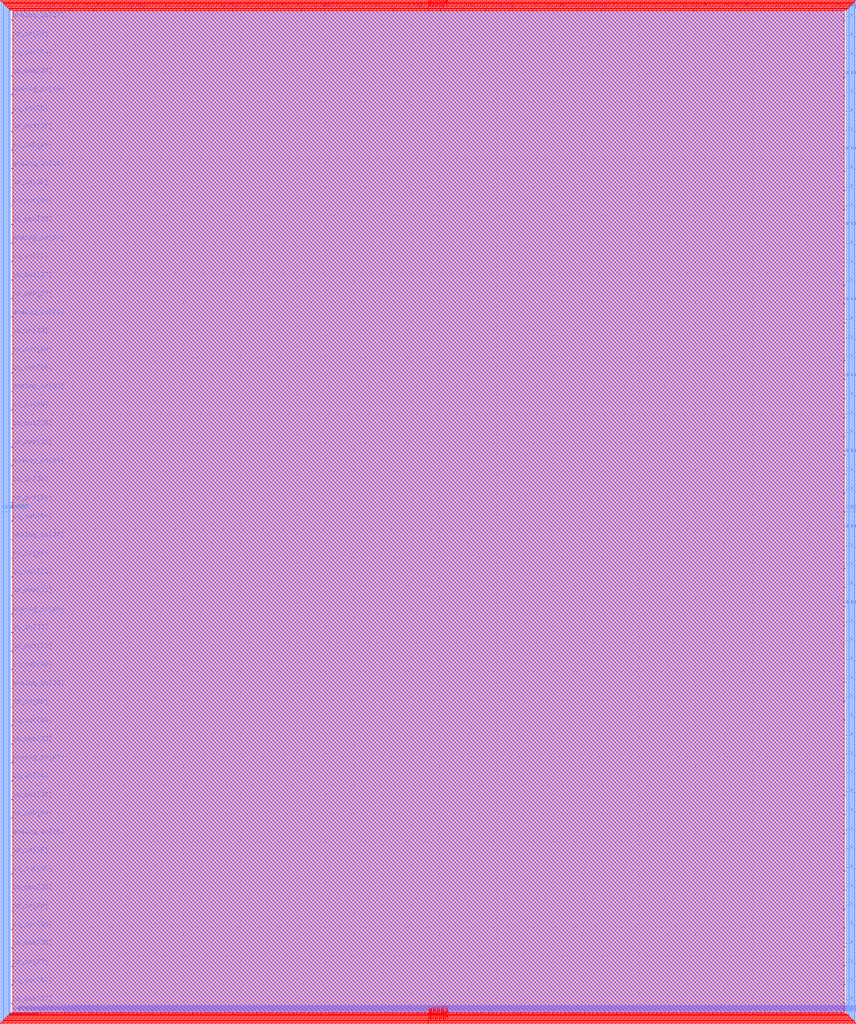
<source format=lef>
VERSION 5.7 ;
  NOWIREEXTENSIONATPIN ON ;
  DIVIDERCHAR "/" ;
  BUSBITCHARS "[]" ;
MACRO user_project_wrapper
  CLASS BLOCK ;
  FOREIGN user_project_wrapper ;
  ORIGIN 0.000 0.000 ;
  SIZE 2920.000 BY 3520.000 ;
  PIN analog_io[0]
    DIRECTION INOUT ;
    USE SIGNAL ;
    PORT
      LAYER met3 ;
        RECT 2917.600 1426.380 2924.800 1427.580 ;
    END
  END analog_io[0]
  PIN analog_io[10]
    DIRECTION INOUT ;
    USE SIGNAL ;
    PORT
      LAYER met2 ;
        RECT 2230.490 3517.600 2231.050 3524.800 ;
    END
  END analog_io[10]
  PIN analog_io[11]
    DIRECTION INOUT ;
    USE SIGNAL ;
    PORT
      LAYER met2 ;
        RECT 1905.730 3517.600 1906.290 3524.800 ;
    END
  END analog_io[11]
  PIN analog_io[12]
    DIRECTION INOUT ;
    USE SIGNAL ;
    PORT
      LAYER met2 ;
        RECT 1581.430 3517.600 1581.990 3524.800 ;
    END
  END analog_io[12]
  PIN analog_io[13]
    DIRECTION INOUT ;
    USE SIGNAL ;
    PORT
      LAYER met2 ;
        RECT 1257.130 3517.600 1257.690 3524.800 ;
    END
  END analog_io[13]
  PIN analog_io[14]
    DIRECTION INOUT ;
    USE SIGNAL ;
    PORT
      LAYER met2 ;
        RECT 932.370 3517.600 932.930 3524.800 ;
    END
  END analog_io[14]
  PIN analog_io[15]
    DIRECTION INOUT ;
    USE SIGNAL ;
    PORT
      LAYER met2 ;
        RECT 608.070 3517.600 608.630 3524.800 ;
    END
  END analog_io[15]
  PIN analog_io[16]
    DIRECTION INOUT ;
    USE SIGNAL ;
    PORT
      LAYER met2 ;
        RECT 283.770 3517.600 284.330 3524.800 ;
    END
  END analog_io[16]
  PIN analog_io[17]
    DIRECTION INOUT ;
    USE SIGNAL ;
    PORT
      LAYER met3 ;
        RECT -4.800 3486.100 2.400 3487.300 ;
    END
  END analog_io[17]
  PIN analog_io[18]
    DIRECTION INOUT ;
    USE SIGNAL ;
    PORT
      LAYER met3 ;
        RECT -4.800 3224.980 2.400 3226.180 ;
    END
  END analog_io[18]
  PIN analog_io[19]
    DIRECTION INOUT ;
    USE SIGNAL ;
    PORT
      LAYER met3 ;
        RECT -4.800 2964.540 2.400 2965.740 ;
    END
  END analog_io[19]
  PIN analog_io[1]
    DIRECTION INOUT ;
    USE SIGNAL ;
    PORT
      LAYER met3 ;
        RECT 2917.600 1692.260 2924.800 1693.460 ;
    END
  END analog_io[1]
  PIN analog_io[20]
    DIRECTION INOUT ;
    USE SIGNAL ;
    PORT
      LAYER met3 ;
        RECT -4.800 2703.420 2.400 2704.620 ;
    END
  END analog_io[20]
  PIN analog_io[21]
    DIRECTION INOUT ;
    USE SIGNAL ;
    PORT
      LAYER met3 ;
        RECT -4.800 2442.980 2.400 2444.180 ;
    END
  END analog_io[21]
  PIN analog_io[22]
    DIRECTION INOUT ;
    USE SIGNAL ;
    PORT
      LAYER met3 ;
        RECT -4.800 2182.540 2.400 2183.740 ;
    END
  END analog_io[22]
  PIN analog_io[23]
    DIRECTION INOUT ;
    USE SIGNAL ;
    PORT
      LAYER met3 ;
        RECT -4.800 1921.420 2.400 1922.620 ;
    END
  END analog_io[23]
  PIN analog_io[24]
    DIRECTION INOUT ;
    USE SIGNAL ;
    PORT
      LAYER met3 ;
        RECT -4.800 1660.980 2.400 1662.180 ;
    END
  END analog_io[24]
  PIN analog_io[25]
    DIRECTION INOUT ;
    USE SIGNAL ;
    PORT
      LAYER met3 ;
        RECT -4.800 1399.860 2.400 1401.060 ;
    END
  END analog_io[25]
  PIN analog_io[26]
    DIRECTION INOUT ;
    USE SIGNAL ;
    PORT
      LAYER met3 ;
        RECT -4.800 1139.420 2.400 1140.620 ;
    END
  END analog_io[26]
  PIN analog_io[27]
    DIRECTION INOUT ;
    USE SIGNAL ;
    PORT
      LAYER met3 ;
        RECT -4.800 878.980 2.400 880.180 ;
    END
  END analog_io[27]
  PIN analog_io[28]
    DIRECTION INOUT ;
    USE SIGNAL ;
    PORT
      LAYER met3 ;
        RECT -4.800 617.860 2.400 619.060 ;
    END
  END analog_io[28]
  PIN analog_io[2]
    DIRECTION INOUT ;
    USE SIGNAL ;
    PORT
      LAYER met3 ;
        RECT 2917.600 1958.140 2924.800 1959.340 ;
    END
  END analog_io[2]
  PIN analog_io[3]
    DIRECTION INOUT ;
    USE SIGNAL ;
    PORT
      LAYER met3 ;
        RECT 2917.600 2223.340 2924.800 2224.540 ;
    END
  END analog_io[3]
  PIN analog_io[4]
    DIRECTION INOUT ;
    USE SIGNAL ;
    PORT
      LAYER met3 ;
        RECT 2917.600 2489.220 2924.800 2490.420 ;
    END
  END analog_io[4]
  PIN analog_io[5]
    DIRECTION INOUT ;
    USE SIGNAL ;
    PORT
      LAYER met3 ;
        RECT 2917.600 2755.100 2924.800 2756.300 ;
    END
  END analog_io[5]
  PIN analog_io[6]
    DIRECTION INOUT ;
    USE SIGNAL ;
    PORT
      LAYER met3 ;
        RECT 2917.600 3020.300 2924.800 3021.500 ;
    END
  END analog_io[6]
  PIN analog_io[7]
    DIRECTION INOUT ;
    USE SIGNAL ;
    PORT
      LAYER met3 ;
        RECT 2917.600 3286.180 2924.800 3287.380 ;
    END
  END analog_io[7]
  PIN analog_io[8]
    DIRECTION INOUT ;
    USE SIGNAL ;
    PORT
      LAYER met2 ;
        RECT 2879.090 3517.600 2879.650 3524.800 ;
    END
  END analog_io[8]
  PIN analog_io[9]
    DIRECTION INOUT ;
    USE SIGNAL ;
    PORT
      LAYER met2 ;
        RECT 2554.790 3517.600 2555.350 3524.800 ;
    END
  END analog_io[9]
  PIN io_in[0]
    DIRECTION INPUT ;
    USE SIGNAL ;
    ANTENNAGATEAREA 0.196500 ;
    PORT
      LAYER met3 ;
        RECT 2917.600 32.380 2924.800 33.580 ;
    END
  END io_in[0]
  PIN io_out[0]
    DIRECTION OUTPUT TRISTATE ;
    USE SIGNAL ;
    ANTENNADIFFAREA 0.340600 ;
    PORT
      LAYER met3 ;
        RECT 2917.600 98.340 2924.800 99.540 ;
    END
  END io_out[0]
  PIN io_in[10]
    DIRECTION INPUT ;
    USE SIGNAL ;
    ANTENNAGATEAREA 0.196500 ;
    PORT
      LAYER met3 ;
        RECT 2917.600 2289.980 2924.800 2291.180 ;
    END
  END io_in[10]
  PIN io_out[10]
    DIRECTION OUTPUT TRISTATE ;
    USE SIGNAL ;
    ANTENNADIFFAREA 0.340600 ;
    PORT
      LAYER met3 ;
        RECT 2917.600 2356.620 2924.800 2357.820 ;
    END
  END io_out[10]
  PIN io_in[11]
    DIRECTION INPUT ;
    USE SIGNAL ;
    ANTENNAGATEAREA 0.196500 ;
    PORT
      LAYER met3 ;
        RECT 2917.600 2555.860 2924.800 2557.060 ;
    END
  END io_in[11]
  PIN io_out[11]
    DIRECTION OUTPUT TRISTATE ;
    USE SIGNAL ;
    ANTENNADIFFAREA 0.340600 ;
    PORT
      LAYER met3 ;
        RECT 2917.600 2621.820 2924.800 2623.020 ;
    END
  END io_out[11]
  PIN io_in[12]
    DIRECTION INPUT ;
    USE SIGNAL ;
    ANTENNAGATEAREA 0.196500 ;
    PORT
      LAYER met3 ;
        RECT 2917.600 2821.060 2924.800 2822.260 ;
    END
  END io_in[12]
  PIN io_out[12]
    DIRECTION OUTPUT TRISTATE ;
    USE SIGNAL ;
    ANTENNADIFFAREA 0.340600 ;
    PORT
      LAYER met3 ;
        RECT 2917.600 2887.700 2924.800 2888.900 ;
    END
  END io_out[12]
  PIN io_in[13]
    DIRECTION INPUT ;
    USE SIGNAL ;
    ANTENNAGATEAREA 0.196500 ;
    PORT
      LAYER met3 ;
        RECT 2917.600 3086.940 2924.800 3088.140 ;
    END
  END io_in[13]
  PIN io_out[13]
    DIRECTION OUTPUT TRISTATE ;
    USE SIGNAL ;
    ANTENNADIFFAREA 0.340600 ;
    PORT
      LAYER met3 ;
        RECT 2917.600 3153.580 2924.800 3154.780 ;
    END
  END io_out[13]
  PIN io_in[14]
    DIRECTION INPUT ;
    USE SIGNAL ;
    ANTENNAGATEAREA 0.196500 ;
    PORT
      LAYER met3 ;
        RECT 2917.600 3352.820 2924.800 3354.020 ;
    END
  END io_in[14]
  PIN io_out[14]
    DIRECTION OUTPUT TRISTATE ;
    USE SIGNAL ;
    ANTENNADIFFAREA 0.340600 ;
    PORT
      LAYER met3 ;
        RECT 2917.600 3418.780 2924.800 3419.980 ;
    END
  END io_out[14]
  PIN io_in[15]
    DIRECTION INPUT ;
    USE SIGNAL ;
    ANTENNAGATEAREA 0.196500 ;
    PORT
      LAYER met2 ;
        RECT 2798.130 3517.600 2798.690 3524.800 ;
    END
  END io_in[15]
  PIN io_out[15]
    DIRECTION OUTPUT TRISTATE ;
    USE SIGNAL ;
    ANTENNADIFFAREA 0.340600 ;
    PORT
      LAYER met2 ;
        RECT 2717.170 3517.600 2717.730 3524.800 ;
    END
  END io_out[15]
  PIN io_in[16]
    DIRECTION INPUT ;
    USE SIGNAL ;
    ANTENNAGATEAREA 0.196500 ;
    PORT
      LAYER met2 ;
        RECT 2473.830 3517.600 2474.390 3524.800 ;
    END
  END io_in[16]
  PIN io_out[16]
    DIRECTION OUTPUT TRISTATE ;
    USE SIGNAL ;
    ANTENNADIFFAREA 0.340600 ;
    PORT
      LAYER met2 ;
        RECT 2392.410 3517.600 2392.970 3524.800 ;
    END
  END io_out[16]
  PIN io_in[17]
    DIRECTION INPUT ;
    USE SIGNAL ;
    ANTENNAGATEAREA 0.196500 ;
    PORT
      LAYER met2 ;
        RECT 2149.070 3517.600 2149.630 3524.800 ;
    END
  END io_in[17]
  PIN io_out[17]
    DIRECTION OUTPUT TRISTATE ;
    USE SIGNAL ;
    ANTENNADIFFAREA 0.340600 ;
    PORT
      LAYER met2 ;
        RECT 2068.110 3517.600 2068.670 3524.800 ;
    END
  END io_out[17]
  PIN io_in[18]
    DIRECTION INPUT ;
    USE SIGNAL ;
    ANTENNAGATEAREA 0.196500 ;
    PORT
      LAYER met2 ;
        RECT 1824.770 3517.600 1825.330 3524.800 ;
    END
  END io_in[18]
  PIN io_out[18]
    DIRECTION OUTPUT TRISTATE ;
    USE SIGNAL ;
    ANTENNADIFFAREA 0.340600 ;
    PORT
      LAYER met2 ;
        RECT 1743.810 3517.600 1744.370 3524.800 ;
    END
  END io_out[18]
  PIN io_in[19]
    DIRECTION INPUT ;
    USE SIGNAL ;
    ANTENNAGATEAREA 0.196500 ;
    PORT
      LAYER met2 ;
        RECT 1500.470 3517.600 1501.030 3524.800 ;
    END
  END io_in[19]
  PIN io_out[19]
    DIRECTION OUTPUT TRISTATE ;
    USE SIGNAL ;
    ANTENNADIFFAREA 0.340600 ;
    PORT
      LAYER met2 ;
        RECT 1419.050 3517.600 1419.610 3524.800 ;
    END
  END io_out[19]
  PIN io_in[1]
    DIRECTION INPUT ;
    USE SIGNAL ;
    ANTENNAGATEAREA 0.196500 ;
    PORT
      LAYER met3 ;
        RECT 2917.600 230.940 2924.800 232.140 ;
    END
  END io_in[1]
  PIN io_out[1]
    DIRECTION OUTPUT TRISTATE ;
    USE SIGNAL ;
    ANTENNADIFFAREA 0.340600 ;
    PORT
      LAYER met3 ;
        RECT 2917.600 297.580 2924.800 298.780 ;
    END
  END io_out[1]
  PIN io_in[20]
    DIRECTION INPUT ;
    USE SIGNAL ;
    ANTENNAGATEAREA 0.196500 ;
    PORT
      LAYER met2 ;
        RECT 1175.710 3517.600 1176.270 3524.800 ;
    END
  END io_in[20]
  PIN io_out[20]
    DIRECTION OUTPUT TRISTATE ;
    USE SIGNAL ;
    ANTENNADIFFAREA 0.340600 ;
    PORT
      LAYER met2 ;
        RECT 1094.750 3517.600 1095.310 3524.800 ;
    END
  END io_out[20]
  PIN io_in[21]
    DIRECTION INPUT ;
    USE SIGNAL ;
    ANTENNAGATEAREA 0.196500 ;
    PORT
      LAYER met2 ;
        RECT 851.410 3517.600 851.970 3524.800 ;
    END
  END io_in[21]
  PIN io_out[21]
    DIRECTION OUTPUT TRISTATE ;
    USE SIGNAL ;
    ANTENNADIFFAREA 0.340600 ;
    PORT
      LAYER met2 ;
        RECT 770.450 3517.600 771.010 3524.800 ;
    END
  END io_out[21]
  PIN io_in[22]
    DIRECTION INPUT ;
    USE SIGNAL ;
    ANTENNAGATEAREA 0.196500 ;
    PORT
      LAYER met2 ;
        RECT 527.110 3517.600 527.670 3524.800 ;
    END
  END io_in[22]
  PIN io_out[22]
    DIRECTION OUTPUT TRISTATE ;
    USE SIGNAL ;
    ANTENNADIFFAREA 0.340600 ;
    PORT
      LAYER met2 ;
        RECT 445.690 3517.600 446.250 3524.800 ;
    END
  END io_out[22]
  PIN io_in[23]
    DIRECTION INPUT ;
    USE SIGNAL ;
    ANTENNAGATEAREA 0.196500 ;
    PORT
      LAYER met2 ;
        RECT 202.350 3517.600 202.910 3524.800 ;
    END
  END io_in[23]
  PIN io_out[23]
    DIRECTION OUTPUT TRISTATE ;
    USE SIGNAL ;
    ANTENNADIFFAREA 0.340600 ;
    PORT
      LAYER met2 ;
        RECT 121.390 3517.600 121.950 3524.800 ;
    END
  END io_out[23]
  PIN io_in[24]
    DIRECTION INPUT ;
    USE SIGNAL ;
    ANTENNAGATEAREA 0.196500 ;
    PORT
      LAYER met3 ;
        RECT -4.800 3420.820 2.400 3422.020 ;
    END
  END io_in[24]
  PIN io_out[24]
    DIRECTION OUTPUT TRISTATE ;
    USE SIGNAL ;
    ANTENNADIFFAREA 0.340600 ;
    PORT
      LAYER met3 ;
        RECT -4.800 3355.540 2.400 3356.740 ;
    END
  END io_out[24]
  PIN io_in[25]
    DIRECTION INPUT ;
    USE SIGNAL ;
    ANTENNAGATEAREA 0.196500 ;
    PORT
      LAYER met3 ;
        RECT -4.800 3159.700 2.400 3160.900 ;
    END
  END io_in[25]
  PIN io_out[25]
    DIRECTION OUTPUT TRISTATE ;
    USE SIGNAL ;
    ANTENNADIFFAREA 0.340600 ;
    PORT
      LAYER met3 ;
        RECT -4.800 3095.100 2.400 3096.300 ;
    END
  END io_out[25]
  PIN io_in[26]
    DIRECTION INPUT ;
    USE SIGNAL ;
    ANTENNAGATEAREA 0.196500 ;
    PORT
      LAYER met3 ;
        RECT -4.800 2899.260 2.400 2900.460 ;
    END
  END io_in[26]
  PIN io_out[26]
    DIRECTION OUTPUT TRISTATE ;
    USE SIGNAL ;
    ANTENNADIFFAREA 0.340600 ;
    PORT
      LAYER met3 ;
        RECT -4.800 2833.980 2.400 2835.180 ;
    END
  END io_out[26]
  PIN io_in[27]
    DIRECTION INPUT ;
    USE SIGNAL ;
    ANTENNAGATEAREA 0.196500 ;
    PORT
      LAYER met3 ;
        RECT -4.800 2638.820 2.400 2640.020 ;
    END
  END io_in[27]
  PIN io_out[27]
    DIRECTION OUTPUT TRISTATE ;
    USE SIGNAL ;
    ANTENNADIFFAREA 0.340600 ;
    PORT
      LAYER met3 ;
        RECT -4.800 2573.540 2.400 2574.740 ;
    END
  END io_out[27]
  PIN io_in[28]
    DIRECTION INPUT ;
    USE SIGNAL ;
    ANTENNAGATEAREA 0.196500 ;
    PORT
      LAYER met3 ;
        RECT -4.800 2377.700 2.400 2378.900 ;
    END
  END io_in[28]
  PIN io_out[28]
    DIRECTION OUTPUT TRISTATE ;
    USE SIGNAL ;
    ANTENNADIFFAREA 0.340600 ;
    PORT
      LAYER met3 ;
        RECT -4.800 2312.420 2.400 2313.620 ;
    END
  END io_out[28]
  PIN io_in[29]
    DIRECTION INPUT ;
    USE SIGNAL ;
    ANTENNAGATEAREA 0.196500 ;
    PORT
      LAYER met3 ;
        RECT -4.800 2117.260 2.400 2118.460 ;
    END
  END io_in[29]
  PIN io_out[29]
    DIRECTION OUTPUT TRISTATE ;
    USE SIGNAL ;
    ANTENNADIFFAREA 0.340600 ;
    PORT
      LAYER met3 ;
        RECT -4.800 2051.980 2.400 2053.180 ;
    END
  END io_out[29]
  PIN io_in[2]
    DIRECTION INPUT ;
    USE SIGNAL ;
    ANTENNAGATEAREA 0.196500 ;
    PORT
      LAYER met3 ;
        RECT 2917.600 430.180 2924.800 431.380 ;
    END
  END io_in[2]
  PIN io_out[2]
    DIRECTION OUTPUT TRISTATE ;
    USE SIGNAL ;
    ANTENNADIFFAREA 0.340600 ;
    PORT
      LAYER met3 ;
        RECT 2917.600 496.820 2924.800 498.020 ;
    END
  END io_out[2]
  PIN io_in[30]
    DIRECTION INPUT ;
    USE SIGNAL ;
    ANTENNAGATEAREA 0.196500 ;
    PORT
      LAYER met3 ;
        RECT -4.800 1856.140 2.400 1857.340 ;
    END
  END io_in[30]
  PIN io_out[30]
    DIRECTION OUTPUT TRISTATE ;
    USE SIGNAL ;
    ANTENNADIFFAREA 0.340600 ;
    PORT
      LAYER met3 ;
        RECT -4.800 1791.540 2.400 1792.740 ;
    END
  END io_out[30]
  PIN io_in[31]
    DIRECTION INPUT ;
    USE SIGNAL ;
    ANTENNAGATEAREA 0.196500 ;
    PORT
      LAYER met3 ;
        RECT -4.800 1595.700 2.400 1596.900 ;
    END
  END io_in[31]
  PIN io_out[31]
    DIRECTION OUTPUT TRISTATE ;
    USE SIGNAL ;
    ANTENNADIFFAREA 0.340600 ;
    PORT
      LAYER met3 ;
        RECT -4.800 1530.420 2.400 1531.620 ;
    END
  END io_out[31]
  PIN io_in[32]
    DIRECTION INPUT ;
    USE SIGNAL ;
    ANTENNAGATEAREA 0.196500 ;
    PORT
      LAYER met3 ;
        RECT -4.800 1335.260 2.400 1336.460 ;
    END
  END io_in[32]
  PIN io_out[32]
    DIRECTION OUTPUT TRISTATE ;
    USE SIGNAL ;
    ANTENNADIFFAREA 0.340600 ;
    PORT
      LAYER met3 ;
        RECT -4.800 1269.980 2.400 1271.180 ;
    END
  END io_out[32]
  PIN io_in[33]
    DIRECTION INPUT ;
    USE SIGNAL ;
    ANTENNAGATEAREA 0.196500 ;
    PORT
      LAYER met3 ;
        RECT -4.800 1074.140 2.400 1075.340 ;
    END
  END io_in[33]
  PIN io_out[33]
    DIRECTION OUTPUT TRISTATE ;
    USE SIGNAL ;
    ANTENNADIFFAREA 0.340600 ;
    PORT
      LAYER met3 ;
        RECT -4.800 1008.860 2.400 1010.060 ;
    END
  END io_out[33]
  PIN io_in[34]
    DIRECTION INPUT ;
    USE SIGNAL ;
    ANTENNAGATEAREA 0.196500 ;
    PORT
      LAYER met3 ;
        RECT -4.800 813.700 2.400 814.900 ;
    END
  END io_in[34]
  PIN io_out[34]
    DIRECTION OUTPUT TRISTATE ;
    USE SIGNAL ;
    ANTENNADIFFAREA 0.340600 ;
    PORT
      LAYER met3 ;
        RECT -4.800 748.420 2.400 749.620 ;
    END
  END io_out[34]
  PIN io_in[35]
    DIRECTION INPUT ;
    USE SIGNAL ;
    ANTENNAGATEAREA 0.196500 ;
    PORT
      LAYER met3 ;
        RECT -4.800 552.580 2.400 553.780 ;
    END
  END io_in[35]
  PIN io_out[35]
    DIRECTION OUTPUT TRISTATE ;
    USE SIGNAL ;
    ANTENNADIFFAREA 0.340600 ;
    PORT
      LAYER met3 ;
        RECT -4.800 487.300 2.400 488.500 ;
    END
  END io_out[35]
  PIN io_in[36]
    DIRECTION INPUT ;
    USE SIGNAL ;
    ANTENNAGATEAREA 0.196500 ;
    PORT
      LAYER met3 ;
        RECT -4.800 357.420 2.400 358.620 ;
    END
  END io_in[36]
  PIN io_out[36]
    DIRECTION OUTPUT TRISTATE ;
    USE SIGNAL ;
    ANTENNADIFFAREA 0.340600 ;
    PORT
      LAYER met3 ;
        RECT -4.800 292.140 2.400 293.340 ;
    END
  END io_out[36]
  PIN io_in[37]
    DIRECTION INPUT ;
    USE SIGNAL ;
    ANTENNAGATEAREA 0.196500 ;
    PORT
      LAYER met3 ;
        RECT -4.800 161.580 2.400 162.780 ;
    END
  END io_in[37]
  PIN io_out[37]
    DIRECTION OUTPUT TRISTATE ;
    USE SIGNAL ;
    ANTENNADIFFAREA 0.340600 ;
    PORT
      LAYER met3 ;
        RECT -4.800 96.300 2.400 97.500 ;
    END
  END io_out[37]
  PIN io_in[3]
    DIRECTION INPUT ;
    USE SIGNAL ;
    ANTENNAGATEAREA 0.196500 ;
    PORT
      LAYER met3 ;
        RECT 2917.600 629.420 2924.800 630.620 ;
    END
  END io_in[3]
  PIN io_out[3]
    DIRECTION OUTPUT TRISTATE ;
    USE SIGNAL ;
    ANTENNADIFFAREA 0.340600 ;
    PORT
      LAYER met3 ;
        RECT 2917.600 696.060 2924.800 697.260 ;
    END
  END io_out[3]
  PIN io_in[4]
    DIRECTION INPUT ;
    USE SIGNAL ;
    ANTENNAGATEAREA 0.196500 ;
    PORT
      LAYER met3 ;
        RECT 2917.600 828.660 2924.800 829.860 ;
    END
  END io_in[4]
  PIN io_out[4]
    DIRECTION OUTPUT TRISTATE ;
    USE SIGNAL ;
    ANTENNADIFFAREA 0.340600 ;
    PORT
      LAYER met3 ;
        RECT 2917.600 895.300 2924.800 896.500 ;
    END
  END io_out[4]
  PIN io_in[5]
    DIRECTION INPUT ;
    USE SIGNAL ;
    ANTENNAGATEAREA 0.196500 ;
    PORT
      LAYER met3 ;
        RECT 2917.600 1027.900 2924.800 1029.100 ;
    END
  END io_in[5]
  PIN io_out[5]
    DIRECTION OUTPUT TRISTATE ;
    USE SIGNAL ;
    ANTENNADIFFAREA 0.340600 ;
    PORT
      LAYER met3 ;
        RECT 2917.600 1094.540 2924.800 1095.740 ;
    END
  END io_out[5]
  PIN io_in[6]
    DIRECTION INPUT ;
    USE SIGNAL ;
    ANTENNAGATEAREA 0.196500 ;
    PORT
      LAYER met3 ;
        RECT 2917.600 1227.140 2924.800 1228.340 ;
    END
  END io_in[6]
  PIN io_out[6]
    DIRECTION OUTPUT TRISTATE ;
    USE SIGNAL ;
    ANTENNADIFFAREA 0.340600 ;
    PORT
      LAYER met3 ;
        RECT 2917.600 1293.780 2924.800 1294.980 ;
    END
  END io_out[6]
  PIN io_in[7]
    DIRECTION INPUT ;
    USE SIGNAL ;
    ANTENNAGATEAREA 0.196500 ;
    PORT
      LAYER met3 ;
        RECT 2917.600 1493.020 2924.800 1494.220 ;
    END
  END io_in[7]
  PIN io_out[7]
    DIRECTION OUTPUT TRISTATE ;
    USE SIGNAL ;
    ANTENNADIFFAREA 0.340600 ;
    PORT
      LAYER met3 ;
        RECT 2917.600 1559.660 2924.800 1560.860 ;
    END
  END io_out[7]
  PIN io_in[8]
    DIRECTION INPUT ;
    USE SIGNAL ;
    ANTENNAGATEAREA 0.196500 ;
    PORT
      LAYER met3 ;
        RECT 2917.600 1758.900 2924.800 1760.100 ;
    END
  END io_in[8]
  PIN io_out[8]
    DIRECTION OUTPUT TRISTATE ;
    USE SIGNAL ;
    ANTENNADIFFAREA 0.340600 ;
    PORT
      LAYER met3 ;
        RECT 2917.600 1824.860 2924.800 1826.060 ;
    END
  END io_out[8]
  PIN io_in[9]
    DIRECTION INPUT ;
    USE SIGNAL ;
    ANTENNAGATEAREA 0.196500 ;
    PORT
      LAYER met3 ;
        RECT 2917.600 2024.100 2924.800 2025.300 ;
    END
  END io_in[9]
  PIN io_out[9]
    DIRECTION OUTPUT TRISTATE ;
    USE SIGNAL ;
    ANTENNADIFFAREA 0.340600 ;
    PORT
      LAYER met3 ;
        RECT 2917.600 2090.740 2924.800 2091.940 ;
    END
  END io_out[9]
  PIN io_oeb[0]
    DIRECTION OUTPUT TRISTATE ;
    USE SIGNAL ;
    ANTENNADIFFAREA 0.340600 ;
    PORT
      LAYER met3 ;
        RECT 2917.600 164.980 2924.800 166.180 ;
    END
  END io_oeb[0]
  PIN io_oeb[10]
    DIRECTION OUTPUT TRISTATE ;
    USE SIGNAL ;
    ANTENNADIFFAREA 0.340600 ;
    PORT
      LAYER met3 ;
        RECT 2917.600 2422.580 2924.800 2423.780 ;
    END
  END io_oeb[10]
  PIN io_oeb[11]
    DIRECTION OUTPUT TRISTATE ;
    USE SIGNAL ;
    ANTENNADIFFAREA 0.340600 ;
    PORT
      LAYER met3 ;
        RECT 2917.600 2688.460 2924.800 2689.660 ;
    END
  END io_oeb[11]
  PIN io_oeb[12]
    DIRECTION OUTPUT TRISTATE ;
    USE SIGNAL ;
    ANTENNADIFFAREA 0.340600 ;
    PORT
      LAYER met3 ;
        RECT 2917.600 2954.340 2924.800 2955.540 ;
    END
  END io_oeb[12]
  PIN io_oeb[13]
    DIRECTION OUTPUT TRISTATE ;
    USE SIGNAL ;
    ANTENNADIFFAREA 0.340600 ;
    PORT
      LAYER met3 ;
        RECT 2917.600 3219.540 2924.800 3220.740 ;
    END
  END io_oeb[13]
  PIN io_oeb[14]
    DIRECTION OUTPUT TRISTATE ;
    USE SIGNAL ;
    ANTENNADIFFAREA 0.340600 ;
    PORT
      LAYER met3 ;
        RECT 2917.600 3485.420 2924.800 3486.620 ;
    END
  END io_oeb[14]
  PIN io_oeb[15]
    DIRECTION OUTPUT TRISTATE ;
    USE SIGNAL ;
    ANTENNADIFFAREA 0.340600 ;
    PORT
      LAYER met2 ;
        RECT 2635.750 3517.600 2636.310 3524.800 ;
    END
  END io_oeb[15]
  PIN io_oeb[16]
    DIRECTION OUTPUT TRISTATE ;
    USE SIGNAL ;
    ANTENNADIFFAREA 0.340600 ;
    PORT
      LAYER met2 ;
        RECT 2311.450 3517.600 2312.010 3524.800 ;
    END
  END io_oeb[16]
  PIN io_oeb[17]
    DIRECTION OUTPUT TRISTATE ;
    USE SIGNAL ;
    ANTENNADIFFAREA 0.340600 ;
    PORT
      LAYER met2 ;
        RECT 1987.150 3517.600 1987.710 3524.800 ;
    END
  END io_oeb[17]
  PIN io_oeb[18]
    DIRECTION OUTPUT TRISTATE ;
    USE SIGNAL ;
    ANTENNADIFFAREA 0.340600 ;
    PORT
      LAYER met2 ;
        RECT 1662.390 3517.600 1662.950 3524.800 ;
    END
  END io_oeb[18]
  PIN io_oeb[19]
    DIRECTION OUTPUT TRISTATE ;
    USE SIGNAL ;
    ANTENNADIFFAREA 0.340600 ;
    PORT
      LAYER met2 ;
        RECT 1338.090 3517.600 1338.650 3524.800 ;
    END
  END io_oeb[19]
  PIN io_oeb[1]
    DIRECTION OUTPUT TRISTATE ;
    USE SIGNAL ;
    ANTENNADIFFAREA 0.340600 ;
    PORT
      LAYER met3 ;
        RECT 2917.600 364.220 2924.800 365.420 ;
    END
  END io_oeb[1]
  PIN io_oeb[20]
    DIRECTION OUTPUT TRISTATE ;
    USE SIGNAL ;
    ANTENNADIFFAREA 0.340600 ;
    PORT
      LAYER met2 ;
        RECT 1013.790 3517.600 1014.350 3524.800 ;
    END
  END io_oeb[20]
  PIN io_oeb[21]
    DIRECTION OUTPUT TRISTATE ;
    USE SIGNAL ;
    ANTENNADIFFAREA 0.340600 ;
    PORT
      LAYER met2 ;
        RECT 689.030 3517.600 689.590 3524.800 ;
    END
  END io_oeb[21]
  PIN io_oeb[22]
    DIRECTION OUTPUT TRISTATE ;
    USE SIGNAL ;
    ANTENNADIFFAREA 0.340600 ;
    PORT
      LAYER met2 ;
        RECT 364.730 3517.600 365.290 3524.800 ;
    END
  END io_oeb[22]
  PIN io_oeb[23]
    DIRECTION OUTPUT TRISTATE ;
    USE SIGNAL ;
    ANTENNADIFFAREA 0.340600 ;
    PORT
      LAYER met2 ;
        RECT 40.430 3517.600 40.990 3524.800 ;
    END
  END io_oeb[23]
  PIN io_oeb[24]
    DIRECTION OUTPUT TRISTATE ;
    USE SIGNAL ;
    ANTENNADIFFAREA 0.340600 ;
    PORT
      LAYER met3 ;
        RECT -4.800 3290.260 2.400 3291.460 ;
    END
  END io_oeb[24]
  PIN io_oeb[25]
    DIRECTION OUTPUT TRISTATE ;
    USE SIGNAL ;
    ANTENNADIFFAREA 0.340600 ;
    PORT
      LAYER met3 ;
        RECT -4.800 3029.820 2.400 3031.020 ;
    END
  END io_oeb[25]
  PIN io_oeb[26]
    DIRECTION OUTPUT TRISTATE ;
    USE SIGNAL ;
    ANTENNADIFFAREA 0.340600 ;
    PORT
      LAYER met3 ;
        RECT -4.800 2768.700 2.400 2769.900 ;
    END
  END io_oeb[26]
  PIN io_oeb[27]
    DIRECTION OUTPUT TRISTATE ;
    USE SIGNAL ;
    ANTENNADIFFAREA 0.340600 ;
    PORT
      LAYER met3 ;
        RECT -4.800 2508.260 2.400 2509.460 ;
    END
  END io_oeb[27]
  PIN io_oeb[28]
    DIRECTION OUTPUT TRISTATE ;
    USE SIGNAL ;
    ANTENNADIFFAREA 0.340600 ;
    PORT
      LAYER met3 ;
        RECT -4.800 2247.140 2.400 2248.340 ;
    END
  END io_oeb[28]
  PIN io_oeb[29]
    DIRECTION OUTPUT TRISTATE ;
    USE SIGNAL ;
    ANTENNADIFFAREA 0.340600 ;
    PORT
      LAYER met3 ;
        RECT -4.800 1986.700 2.400 1987.900 ;
    END
  END io_oeb[29]
  PIN io_oeb[2]
    DIRECTION OUTPUT TRISTATE ;
    USE SIGNAL ;
    ANTENNADIFFAREA 0.340600 ;
    PORT
      LAYER met3 ;
        RECT 2917.600 563.460 2924.800 564.660 ;
    END
  END io_oeb[2]
  PIN io_oeb[30]
    DIRECTION OUTPUT TRISTATE ;
    USE SIGNAL ;
    ANTENNADIFFAREA 0.340600 ;
    PORT
      LAYER met3 ;
        RECT -4.800 1726.260 2.400 1727.460 ;
    END
  END io_oeb[30]
  PIN io_oeb[31]
    DIRECTION OUTPUT TRISTATE ;
    USE SIGNAL ;
    ANTENNADIFFAREA 0.340600 ;
    PORT
      LAYER met3 ;
        RECT -4.800 1465.140 2.400 1466.340 ;
    END
  END io_oeb[31]
  PIN io_oeb[32]
    DIRECTION OUTPUT TRISTATE ;
    USE SIGNAL ;
    ANTENNADIFFAREA 0.340600 ;
    PORT
      LAYER met3 ;
        RECT -4.800 1204.700 2.400 1205.900 ;
    END
  END io_oeb[32]
  PIN io_oeb[33]
    DIRECTION OUTPUT TRISTATE ;
    USE SIGNAL ;
    ANTENNADIFFAREA 0.340600 ;
    PORT
      LAYER met3 ;
        RECT -4.800 943.580 2.400 944.780 ;
    END
  END io_oeb[33]
  PIN io_oeb[34]
    DIRECTION OUTPUT TRISTATE ;
    USE SIGNAL ;
    ANTENNADIFFAREA 0.340600 ;
    PORT
      LAYER met3 ;
        RECT -4.800 683.140 2.400 684.340 ;
    END
  END io_oeb[34]
  PIN io_oeb[35]
    DIRECTION OUTPUT TRISTATE ;
    USE SIGNAL ;
    ANTENNADIFFAREA 0.340600 ;
    PORT
      LAYER met3 ;
        RECT -4.800 422.700 2.400 423.900 ;
    END
  END io_oeb[35]
  PIN io_oeb[36]
    DIRECTION OUTPUT TRISTATE ;
    USE SIGNAL ;
    ANTENNADIFFAREA 0.340600 ;
    PORT
      LAYER met3 ;
        RECT -4.800 226.860 2.400 228.060 ;
    END
  END io_oeb[36]
  PIN io_oeb[37]
    DIRECTION OUTPUT TRISTATE ;
    USE SIGNAL ;
    ANTENNADIFFAREA 0.340600 ;
    PORT
      LAYER met3 ;
        RECT -4.800 31.700 2.400 32.900 ;
    END
  END io_oeb[37]
  PIN io_oeb[3]
    DIRECTION OUTPUT TRISTATE ;
    USE SIGNAL ;
    ANTENNADIFFAREA 0.340600 ;
    PORT
      LAYER met3 ;
        RECT 2917.600 762.700 2924.800 763.900 ;
    END
  END io_oeb[3]
  PIN io_oeb[4]
    DIRECTION OUTPUT TRISTATE ;
    USE SIGNAL ;
    ANTENNADIFFAREA 0.340600 ;
    PORT
      LAYER met3 ;
        RECT 2917.600 961.940 2924.800 963.140 ;
    END
  END io_oeb[4]
  PIN io_oeb[5]
    DIRECTION OUTPUT TRISTATE ;
    USE SIGNAL ;
    ANTENNADIFFAREA 0.340600 ;
    PORT
      LAYER met3 ;
        RECT 2917.600 1161.180 2924.800 1162.380 ;
    END
  END io_oeb[5]
  PIN io_oeb[6]
    DIRECTION OUTPUT TRISTATE ;
    USE SIGNAL ;
    ANTENNADIFFAREA 0.340600 ;
    PORT
      LAYER met3 ;
        RECT 2917.600 1360.420 2924.800 1361.620 ;
    END
  END io_oeb[6]
  PIN io_oeb[7]
    DIRECTION OUTPUT TRISTATE ;
    USE SIGNAL ;
    ANTENNADIFFAREA 0.340600 ;
    PORT
      LAYER met3 ;
        RECT 2917.600 1625.620 2924.800 1626.820 ;
    END
  END io_oeb[7]
  PIN io_oeb[8]
    DIRECTION OUTPUT TRISTATE ;
    USE SIGNAL ;
    ANTENNADIFFAREA 0.340600 ;
    PORT
      LAYER met3 ;
        RECT 2917.600 1891.500 2924.800 1892.700 ;
    END
  END io_oeb[8]
  PIN io_oeb[9]
    DIRECTION OUTPUT TRISTATE ;
    USE SIGNAL ;
    ANTENNADIFFAREA 0.340600 ;
    PORT
      LAYER met3 ;
        RECT 2917.600 2157.380 2924.800 2158.580 ;
    END
  END io_oeb[9]
  PIN la_data_in[0]
    DIRECTION INPUT ;
    USE SIGNAL ;
    ANTENNAGATEAREA 0.196500 ;
    PORT
      LAYER met2 ;
        RECT 629.230 -4.800 629.790 2.400 ;
    END
  END la_data_in[0]
  PIN la_data_in[100]
    DIRECTION INPUT ;
    USE SIGNAL ;
    ANTENNAGATEAREA 0.196500 ;
    PORT
      LAYER met2 ;
        RECT 2402.530 -4.800 2403.090 2.400 ;
    END
  END la_data_in[100]
  PIN la_data_in[101]
    DIRECTION INPUT ;
    USE SIGNAL ;
    ANTENNAGATEAREA 0.196500 ;
    PORT
      LAYER met2 ;
        RECT 2420.010 -4.800 2420.570 2.400 ;
    END
  END la_data_in[101]
  PIN la_data_in[102]
    DIRECTION INPUT ;
    USE SIGNAL ;
    ANTENNAGATEAREA 0.196500 ;
    PORT
      LAYER met2 ;
        RECT 2437.950 -4.800 2438.510 2.400 ;
    END
  END la_data_in[102]
  PIN la_data_in[103]
    DIRECTION INPUT ;
    USE SIGNAL ;
    ANTENNAGATEAREA 0.196500 ;
    PORT
      LAYER met2 ;
        RECT 2455.430 -4.800 2455.990 2.400 ;
    END
  END la_data_in[103]
  PIN la_data_in[104]
    DIRECTION INPUT ;
    USE SIGNAL ;
    ANTENNAGATEAREA 0.196500 ;
    PORT
      LAYER met2 ;
        RECT 2473.370 -4.800 2473.930 2.400 ;
    END
  END la_data_in[104]
  PIN la_data_in[105]
    DIRECTION INPUT ;
    USE SIGNAL ;
    ANTENNAGATEAREA 0.196500 ;
    PORT
      LAYER met2 ;
        RECT 2490.850 -4.800 2491.410 2.400 ;
    END
  END la_data_in[105]
  PIN la_data_in[106]
    DIRECTION INPUT ;
    USE SIGNAL ;
    ANTENNAGATEAREA 0.196500 ;
    PORT
      LAYER met2 ;
        RECT 2508.790 -4.800 2509.350 2.400 ;
    END
  END la_data_in[106]
  PIN la_data_in[107]
    DIRECTION INPUT ;
    USE SIGNAL ;
    ANTENNAGATEAREA 0.196500 ;
    PORT
      LAYER met2 ;
        RECT 2526.730 -4.800 2527.290 2.400 ;
    END
  END la_data_in[107]
  PIN la_data_in[108]
    DIRECTION INPUT ;
    USE SIGNAL ;
    ANTENNAGATEAREA 0.196500 ;
    PORT
      LAYER met2 ;
        RECT 2544.210 -4.800 2544.770 2.400 ;
    END
  END la_data_in[108]
  PIN la_data_in[109]
    DIRECTION INPUT ;
    USE SIGNAL ;
    ANTENNAGATEAREA 0.196500 ;
    PORT
      LAYER met2 ;
        RECT 2562.150 -4.800 2562.710 2.400 ;
    END
  END la_data_in[109]
  PIN la_data_in[10]
    DIRECTION INPUT ;
    USE SIGNAL ;
    ANTENNAGATEAREA 0.196500 ;
    PORT
      LAYER met2 ;
        RECT 806.330 -4.800 806.890 2.400 ;
    END
  END la_data_in[10]
  PIN la_data_in[110]
    DIRECTION INPUT ;
    USE SIGNAL ;
    ANTENNAGATEAREA 0.196500 ;
    PORT
      LAYER met2 ;
        RECT 2579.630 -4.800 2580.190 2.400 ;
    END
  END la_data_in[110]
  PIN la_data_in[111]
    DIRECTION INPUT ;
    USE SIGNAL ;
    ANTENNAGATEAREA 0.196500 ;
    PORT
      LAYER met2 ;
        RECT 2597.570 -4.800 2598.130 2.400 ;
    END
  END la_data_in[111]
  PIN la_data_in[112]
    DIRECTION INPUT ;
    USE SIGNAL ;
    ANTENNAGATEAREA 0.196500 ;
    PORT
      LAYER met2 ;
        RECT 2615.050 -4.800 2615.610 2.400 ;
    END
  END la_data_in[112]
  PIN la_data_in[113]
    DIRECTION INPUT ;
    USE SIGNAL ;
    ANTENNAGATEAREA 0.196500 ;
    PORT
      LAYER met2 ;
        RECT 2632.990 -4.800 2633.550 2.400 ;
    END
  END la_data_in[113]
  PIN la_data_in[114]
    DIRECTION INPUT ;
    USE SIGNAL ;
    ANTENNAGATEAREA 0.196500 ;
    PORT
      LAYER met2 ;
        RECT 2650.470 -4.800 2651.030 2.400 ;
    END
  END la_data_in[114]
  PIN la_data_in[115]
    DIRECTION INPUT ;
    USE SIGNAL ;
    ANTENNAGATEAREA 0.196500 ;
    PORT
      LAYER met2 ;
        RECT 2668.410 -4.800 2668.970 2.400 ;
    END
  END la_data_in[115]
  PIN la_data_in[116]
    DIRECTION INPUT ;
    USE SIGNAL ;
    ANTENNAGATEAREA 0.196500 ;
    PORT
      LAYER met2 ;
        RECT 2685.890 -4.800 2686.450 2.400 ;
    END
  END la_data_in[116]
  PIN la_data_in[117]
    DIRECTION INPUT ;
    USE SIGNAL ;
    ANTENNAGATEAREA 0.196500 ;
    PORT
      LAYER met2 ;
        RECT 2703.830 -4.800 2704.390 2.400 ;
    END
  END la_data_in[117]
  PIN la_data_in[118]
    DIRECTION INPUT ;
    USE SIGNAL ;
    ANTENNAGATEAREA 0.196500 ;
    PORT
      LAYER met2 ;
        RECT 2721.770 -4.800 2722.330 2.400 ;
    END
  END la_data_in[118]
  PIN la_data_in[119]
    DIRECTION INPUT ;
    USE SIGNAL ;
    ANTENNAGATEAREA 0.196500 ;
    PORT
      LAYER met2 ;
        RECT 2739.250 -4.800 2739.810 2.400 ;
    END
  END la_data_in[119]
  PIN la_data_in[11]
    DIRECTION INPUT ;
    USE SIGNAL ;
    ANTENNAGATEAREA 0.196500 ;
    PORT
      LAYER met2 ;
        RECT 824.270 -4.800 824.830 2.400 ;
    END
  END la_data_in[11]
  PIN la_data_in[120]
    DIRECTION INPUT ;
    USE SIGNAL ;
    ANTENNAGATEAREA 0.196500 ;
    PORT
      LAYER met2 ;
        RECT 2757.190 -4.800 2757.750 2.400 ;
    END
  END la_data_in[120]
  PIN la_data_in[121]
    DIRECTION INPUT ;
    USE SIGNAL ;
    ANTENNAGATEAREA 0.196500 ;
    PORT
      LAYER met2 ;
        RECT 2774.670 -4.800 2775.230 2.400 ;
    END
  END la_data_in[121]
  PIN la_data_in[122]
    DIRECTION INPUT ;
    USE SIGNAL ;
    ANTENNAGATEAREA 0.196500 ;
    PORT
      LAYER met2 ;
        RECT 2792.610 -4.800 2793.170 2.400 ;
    END
  END la_data_in[122]
  PIN la_data_in[123]
    DIRECTION INPUT ;
    USE SIGNAL ;
    ANTENNAGATEAREA 0.196500 ;
    PORT
      LAYER met2 ;
        RECT 2810.090 -4.800 2810.650 2.400 ;
    END
  END la_data_in[123]
  PIN la_data_in[124]
    DIRECTION INPUT ;
    USE SIGNAL ;
    ANTENNAGATEAREA 0.196500 ;
    PORT
      LAYER met2 ;
        RECT 2828.030 -4.800 2828.590 2.400 ;
    END
  END la_data_in[124]
  PIN la_data_in[125]
    DIRECTION INPUT ;
    USE SIGNAL ;
    ANTENNAGATEAREA 0.196500 ;
    PORT
      LAYER met2 ;
        RECT 2845.510 -4.800 2846.070 2.400 ;
    END
  END la_data_in[125]
  PIN la_data_in[126]
    DIRECTION INPUT ;
    USE SIGNAL ;
    ANTENNAGATEAREA 0.196500 ;
    PORT
      LAYER met2 ;
        RECT 2863.450 -4.800 2864.010 2.400 ;
    END
  END la_data_in[126]
  PIN la_data_in[127]
    DIRECTION INPUT ;
    USE SIGNAL ;
    ANTENNAGATEAREA 0.196500 ;
    PORT
      LAYER met2 ;
        RECT 2881.390 -4.800 2881.950 2.400 ;
    END
  END la_data_in[127]
  PIN la_data_in[12]
    DIRECTION INPUT ;
    USE SIGNAL ;
    ANTENNAGATEAREA 0.196500 ;
    PORT
      LAYER met2 ;
        RECT 841.750 -4.800 842.310 2.400 ;
    END
  END la_data_in[12]
  PIN la_data_in[13]
    DIRECTION INPUT ;
    USE SIGNAL ;
    ANTENNAGATEAREA 0.196500 ;
    PORT
      LAYER met2 ;
        RECT 859.690 -4.800 860.250 2.400 ;
    END
  END la_data_in[13]
  PIN la_data_in[14]
    DIRECTION INPUT ;
    USE SIGNAL ;
    ANTENNAGATEAREA 0.196500 ;
    PORT
      LAYER met2 ;
        RECT 877.170 -4.800 877.730 2.400 ;
    END
  END la_data_in[14]
  PIN la_data_in[15]
    DIRECTION INPUT ;
    USE SIGNAL ;
    ANTENNAGATEAREA 0.196500 ;
    PORT
      LAYER met2 ;
        RECT 895.110 -4.800 895.670 2.400 ;
    END
  END la_data_in[15]
  PIN la_data_in[16]
    DIRECTION INPUT ;
    USE SIGNAL ;
    ANTENNAGATEAREA 0.196500 ;
    PORT
      LAYER met2 ;
        RECT 912.590 -4.800 913.150 2.400 ;
    END
  END la_data_in[16]
  PIN la_data_in[17]
    DIRECTION INPUT ;
    USE SIGNAL ;
    ANTENNAGATEAREA 0.196500 ;
    PORT
      LAYER met2 ;
        RECT 930.530 -4.800 931.090 2.400 ;
    END
  END la_data_in[17]
  PIN la_data_in[18]
    DIRECTION INPUT ;
    USE SIGNAL ;
    ANTENNAGATEAREA 0.196500 ;
    PORT
      LAYER met2 ;
        RECT 948.470 -4.800 949.030 2.400 ;
    END
  END la_data_in[18]
  PIN la_data_in[19]
    DIRECTION INPUT ;
    USE SIGNAL ;
    ANTENNAGATEAREA 0.196500 ;
    PORT
      LAYER met2 ;
        RECT 965.950 -4.800 966.510 2.400 ;
    END
  END la_data_in[19]
  PIN la_data_in[1]
    DIRECTION INPUT ;
    USE SIGNAL ;
    ANTENNAGATEAREA 0.196500 ;
    PORT
      LAYER met2 ;
        RECT 646.710 -4.800 647.270 2.400 ;
    END
  END la_data_in[1]
  PIN la_data_in[20]
    DIRECTION INPUT ;
    USE SIGNAL ;
    ANTENNAGATEAREA 0.196500 ;
    PORT
      LAYER met2 ;
        RECT 983.890 -4.800 984.450 2.400 ;
    END
  END la_data_in[20]
  PIN la_data_in[21]
    DIRECTION INPUT ;
    USE SIGNAL ;
    ANTENNAGATEAREA 0.196500 ;
    PORT
      LAYER met2 ;
        RECT 1001.370 -4.800 1001.930 2.400 ;
    END
  END la_data_in[21]
  PIN la_data_in[22]
    DIRECTION INPUT ;
    USE SIGNAL ;
    ANTENNAGATEAREA 0.196500 ;
    PORT
      LAYER met2 ;
        RECT 1019.310 -4.800 1019.870 2.400 ;
    END
  END la_data_in[22]
  PIN la_data_in[23]
    DIRECTION INPUT ;
    USE SIGNAL ;
    ANTENNAGATEAREA 0.196500 ;
    PORT
      LAYER met2 ;
        RECT 1036.790 -4.800 1037.350 2.400 ;
    END
  END la_data_in[23]
  PIN la_data_in[24]
    DIRECTION INPUT ;
    USE SIGNAL ;
    ANTENNAGATEAREA 0.196500 ;
    PORT
      LAYER met2 ;
        RECT 1054.730 -4.800 1055.290 2.400 ;
    END
  END la_data_in[24]
  PIN la_data_in[25]
    DIRECTION INPUT ;
    USE SIGNAL ;
    ANTENNAGATEAREA 0.196500 ;
    PORT
      LAYER met2 ;
        RECT 1072.210 -4.800 1072.770 2.400 ;
    END
  END la_data_in[25]
  PIN la_data_in[26]
    DIRECTION INPUT ;
    USE SIGNAL ;
    ANTENNAGATEAREA 0.196500 ;
    PORT
      LAYER met2 ;
        RECT 1090.150 -4.800 1090.710 2.400 ;
    END
  END la_data_in[26]
  PIN la_data_in[27]
    DIRECTION INPUT ;
    USE SIGNAL ;
    ANTENNAGATEAREA 0.196500 ;
    PORT
      LAYER met2 ;
        RECT 1107.630 -4.800 1108.190 2.400 ;
    END
  END la_data_in[27]
  PIN la_data_in[28]
    DIRECTION INPUT ;
    USE SIGNAL ;
    ANTENNAGATEAREA 0.196500 ;
    PORT
      LAYER met2 ;
        RECT 1125.570 -4.800 1126.130 2.400 ;
    END
  END la_data_in[28]
  PIN la_data_in[29]
    DIRECTION INPUT ;
    USE SIGNAL ;
    ANTENNAGATEAREA 0.196500 ;
    PORT
      LAYER met2 ;
        RECT 1143.510 -4.800 1144.070 2.400 ;
    END
  END la_data_in[29]
  PIN la_data_in[2]
    DIRECTION INPUT ;
    USE SIGNAL ;
    ANTENNAGATEAREA 0.196500 ;
    PORT
      LAYER met2 ;
        RECT 664.650 -4.800 665.210 2.400 ;
    END
  END la_data_in[2]
  PIN la_data_in[30]
    DIRECTION INPUT ;
    USE SIGNAL ;
    ANTENNAGATEAREA 0.196500 ;
    PORT
      LAYER met2 ;
        RECT 1160.990 -4.800 1161.550 2.400 ;
    END
  END la_data_in[30]
  PIN la_data_in[31]
    DIRECTION INPUT ;
    USE SIGNAL ;
    ANTENNAGATEAREA 0.196500 ;
    PORT
      LAYER met2 ;
        RECT 1178.930 -4.800 1179.490 2.400 ;
    END
  END la_data_in[31]
  PIN la_data_in[32]
    DIRECTION INPUT ;
    USE SIGNAL ;
    ANTENNAGATEAREA 0.196500 ;
    PORT
      LAYER met2 ;
        RECT 1196.410 -4.800 1196.970 2.400 ;
    END
  END la_data_in[32]
  PIN la_data_in[33]
    DIRECTION INPUT ;
    USE SIGNAL ;
    ANTENNAGATEAREA 0.196500 ;
    PORT
      LAYER met2 ;
        RECT 1214.350 -4.800 1214.910 2.400 ;
    END
  END la_data_in[33]
  PIN la_data_in[34]
    DIRECTION INPUT ;
    USE SIGNAL ;
    ANTENNAGATEAREA 0.196500 ;
    PORT
      LAYER met2 ;
        RECT 1231.830 -4.800 1232.390 2.400 ;
    END
  END la_data_in[34]
  PIN la_data_in[35]
    DIRECTION INPUT ;
    USE SIGNAL ;
    ANTENNAGATEAREA 0.196500 ;
    PORT
      LAYER met2 ;
        RECT 1249.770 -4.800 1250.330 2.400 ;
    END
  END la_data_in[35]
  PIN la_data_in[36]
    DIRECTION INPUT ;
    USE SIGNAL ;
    ANTENNAGATEAREA 0.196500 ;
    PORT
      LAYER met2 ;
        RECT 1267.250 -4.800 1267.810 2.400 ;
    END
  END la_data_in[36]
  PIN la_data_in[37]
    DIRECTION INPUT ;
    USE SIGNAL ;
    ANTENNAGATEAREA 0.196500 ;
    PORT
      LAYER met2 ;
        RECT 1285.190 -4.800 1285.750 2.400 ;
    END
  END la_data_in[37]
  PIN la_data_in[38]
    DIRECTION INPUT ;
    USE SIGNAL ;
    ANTENNAGATEAREA 0.196500 ;
    PORT
      LAYER met2 ;
        RECT 1303.130 -4.800 1303.690 2.400 ;
    END
  END la_data_in[38]
  PIN la_data_in[39]
    DIRECTION INPUT ;
    USE SIGNAL ;
    ANTENNAGATEAREA 0.196500 ;
    PORT
      LAYER met2 ;
        RECT 1320.610 -4.800 1321.170 2.400 ;
    END
  END la_data_in[39]
  PIN la_data_in[3]
    DIRECTION INPUT ;
    USE SIGNAL ;
    ANTENNAGATEAREA 0.196500 ;
    PORT
      LAYER met2 ;
        RECT 682.130 -4.800 682.690 2.400 ;
    END
  END la_data_in[3]
  PIN la_data_in[40]
    DIRECTION INPUT ;
    USE SIGNAL ;
    ANTENNAGATEAREA 0.196500 ;
    PORT
      LAYER met2 ;
        RECT 1338.550 -4.800 1339.110 2.400 ;
    END
  END la_data_in[40]
  PIN la_data_in[41]
    DIRECTION INPUT ;
    USE SIGNAL ;
    ANTENNAGATEAREA 0.196500 ;
    PORT
      LAYER met2 ;
        RECT 1356.030 -4.800 1356.590 2.400 ;
    END
  END la_data_in[41]
  PIN la_data_in[42]
    DIRECTION INPUT ;
    USE SIGNAL ;
    ANTENNAGATEAREA 0.196500 ;
    PORT
      LAYER met2 ;
        RECT 1373.970 -4.800 1374.530 2.400 ;
    END
  END la_data_in[42]
  PIN la_data_in[43]
    DIRECTION INPUT ;
    USE SIGNAL ;
    ANTENNAGATEAREA 0.196500 ;
    PORT
      LAYER met2 ;
        RECT 1391.450 -4.800 1392.010 2.400 ;
    END
  END la_data_in[43]
  PIN la_data_in[44]
    DIRECTION INPUT ;
    USE SIGNAL ;
    ANTENNAGATEAREA 0.196500 ;
    PORT
      LAYER met2 ;
        RECT 1409.390 -4.800 1409.950 2.400 ;
    END
  END la_data_in[44]
  PIN la_data_in[45]
    DIRECTION INPUT ;
    USE SIGNAL ;
    ANTENNAGATEAREA 0.196500 ;
    PORT
      LAYER met2 ;
        RECT 1426.870 -4.800 1427.430 2.400 ;
    END
  END la_data_in[45]
  PIN la_data_in[46]
    DIRECTION INPUT ;
    USE SIGNAL ;
    ANTENNAGATEAREA 0.196500 ;
    PORT
      LAYER met2 ;
        RECT 1444.810 -4.800 1445.370 2.400 ;
    END
  END la_data_in[46]
  PIN la_data_in[47]
    DIRECTION INPUT ;
    USE SIGNAL ;
    ANTENNAGATEAREA 0.196500 ;
    PORT
      LAYER met2 ;
        RECT 1462.750 -4.800 1463.310 2.400 ;
    END
  END la_data_in[47]
  PIN la_data_in[48]
    DIRECTION INPUT ;
    USE SIGNAL ;
    ANTENNAGATEAREA 0.196500 ;
    PORT
      LAYER met2 ;
        RECT 1480.230 -4.800 1480.790 2.400 ;
    END
  END la_data_in[48]
  PIN la_data_in[49]
    DIRECTION INPUT ;
    USE SIGNAL ;
    ANTENNAGATEAREA 0.196500 ;
    PORT
      LAYER met2 ;
        RECT 1498.170 -4.800 1498.730 2.400 ;
    END
  END la_data_in[49]
  PIN la_data_in[4]
    DIRECTION INPUT ;
    USE SIGNAL ;
    ANTENNAGATEAREA 0.196500 ;
    PORT
      LAYER met2 ;
        RECT 700.070 -4.800 700.630 2.400 ;
    END
  END la_data_in[4]
  PIN la_data_in[50]
    DIRECTION INPUT ;
    USE SIGNAL ;
    ANTENNAGATEAREA 0.196500 ;
    PORT
      LAYER met2 ;
        RECT 1515.650 -4.800 1516.210 2.400 ;
    END
  END la_data_in[50]
  PIN la_data_in[51]
    DIRECTION INPUT ;
    USE SIGNAL ;
    ANTENNAGATEAREA 0.196500 ;
    PORT
      LAYER met2 ;
        RECT 1533.590 -4.800 1534.150 2.400 ;
    END
  END la_data_in[51]
  PIN la_data_in[52]
    DIRECTION INPUT ;
    USE SIGNAL ;
    ANTENNAGATEAREA 0.196500 ;
    PORT
      LAYER met2 ;
        RECT 1551.070 -4.800 1551.630 2.400 ;
    END
  END la_data_in[52]
  PIN la_data_in[53]
    DIRECTION INPUT ;
    USE SIGNAL ;
    ANTENNAGATEAREA 0.196500 ;
    PORT
      LAYER met2 ;
        RECT 1569.010 -4.800 1569.570 2.400 ;
    END
  END la_data_in[53]
  PIN la_data_in[54]
    DIRECTION INPUT ;
    USE SIGNAL ;
    ANTENNAGATEAREA 0.196500 ;
    PORT
      LAYER met2 ;
        RECT 1586.490 -4.800 1587.050 2.400 ;
    END
  END la_data_in[54]
  PIN la_data_in[55]
    DIRECTION INPUT ;
    USE SIGNAL ;
    ANTENNAGATEAREA 0.196500 ;
    PORT
      LAYER met2 ;
        RECT 1604.430 -4.800 1604.990 2.400 ;
    END
  END la_data_in[55]
  PIN la_data_in[56]
    DIRECTION INPUT ;
    USE SIGNAL ;
    ANTENNAGATEAREA 0.196500 ;
    PORT
      LAYER met2 ;
        RECT 1621.910 -4.800 1622.470 2.400 ;
    END
  END la_data_in[56]
  PIN la_data_in[57]
    DIRECTION INPUT ;
    USE SIGNAL ;
    ANTENNAGATEAREA 0.196500 ;
    PORT
      LAYER met2 ;
        RECT 1639.850 -4.800 1640.410 2.400 ;
    END
  END la_data_in[57]
  PIN la_data_in[58]
    DIRECTION INPUT ;
    USE SIGNAL ;
    ANTENNAGATEAREA 0.196500 ;
    PORT
      LAYER met2 ;
        RECT 1657.790 -4.800 1658.350 2.400 ;
    END
  END la_data_in[58]
  PIN la_data_in[59]
    DIRECTION INPUT ;
    USE SIGNAL ;
    ANTENNAGATEAREA 0.196500 ;
    PORT
      LAYER met2 ;
        RECT 1675.270 -4.800 1675.830 2.400 ;
    END
  END la_data_in[59]
  PIN la_data_in[5]
    DIRECTION INPUT ;
    USE SIGNAL ;
    ANTENNAGATEAREA 0.196500 ;
    PORT
      LAYER met2 ;
        RECT 717.550 -4.800 718.110 2.400 ;
    END
  END la_data_in[5]
  PIN la_data_in[60]
    DIRECTION INPUT ;
    USE SIGNAL ;
    ANTENNAGATEAREA 0.196500 ;
    PORT
      LAYER met2 ;
        RECT 1693.210 -4.800 1693.770 2.400 ;
    END
  END la_data_in[60]
  PIN la_data_in[61]
    DIRECTION INPUT ;
    USE SIGNAL ;
    ANTENNAGATEAREA 0.196500 ;
    PORT
      LAYER met2 ;
        RECT 1710.690 -4.800 1711.250 2.400 ;
    END
  END la_data_in[61]
  PIN la_data_in[62]
    DIRECTION INPUT ;
    USE SIGNAL ;
    ANTENNAGATEAREA 0.196500 ;
    PORT
      LAYER met2 ;
        RECT 1728.630 -4.800 1729.190 2.400 ;
    END
  END la_data_in[62]
  PIN la_data_in[63]
    DIRECTION INPUT ;
    USE SIGNAL ;
    ANTENNAGATEAREA 0.196500 ;
    PORT
      LAYER met2 ;
        RECT 1746.110 -4.800 1746.670 2.400 ;
    END
  END la_data_in[63]
  PIN la_data_in[64]
    DIRECTION INPUT ;
    USE SIGNAL ;
    ANTENNAGATEAREA 0.196500 ;
    PORT
      LAYER met2 ;
        RECT 1764.050 -4.800 1764.610 2.400 ;
    END
  END la_data_in[64]
  PIN la_data_in[65]
    DIRECTION INPUT ;
    USE SIGNAL ;
    ANTENNAGATEAREA 0.196500 ;
    PORT
      LAYER met2 ;
        RECT 1781.530 -4.800 1782.090 2.400 ;
    END
  END la_data_in[65]
  PIN la_data_in[66]
    DIRECTION INPUT ;
    USE SIGNAL ;
    ANTENNAGATEAREA 0.196500 ;
    PORT
      LAYER met2 ;
        RECT 1799.470 -4.800 1800.030 2.400 ;
    END
  END la_data_in[66]
  PIN la_data_in[67]
    DIRECTION INPUT ;
    USE SIGNAL ;
    ANTENNAGATEAREA 0.196500 ;
    PORT
      LAYER met2 ;
        RECT 1817.410 -4.800 1817.970 2.400 ;
    END
  END la_data_in[67]
  PIN la_data_in[68]
    DIRECTION INPUT ;
    USE SIGNAL ;
    ANTENNAGATEAREA 0.196500 ;
    PORT
      LAYER met2 ;
        RECT 1834.890 -4.800 1835.450 2.400 ;
    END
  END la_data_in[68]
  PIN la_data_in[69]
    DIRECTION INPUT ;
    USE SIGNAL ;
    ANTENNAGATEAREA 0.196500 ;
    PORT
      LAYER met2 ;
        RECT 1852.830 -4.800 1853.390 2.400 ;
    END
  END la_data_in[69]
  PIN la_data_in[6]
    DIRECTION INPUT ;
    USE SIGNAL ;
    ANTENNAGATEAREA 0.196500 ;
    PORT
      LAYER met2 ;
        RECT 735.490 -4.800 736.050 2.400 ;
    END
  END la_data_in[6]
  PIN la_data_in[70]
    DIRECTION INPUT ;
    USE SIGNAL ;
    ANTENNAGATEAREA 0.196500 ;
    PORT
      LAYER met2 ;
        RECT 1870.310 -4.800 1870.870 2.400 ;
    END
  END la_data_in[70]
  PIN la_data_in[71]
    DIRECTION INPUT ;
    USE SIGNAL ;
    ANTENNAGATEAREA 0.196500 ;
    PORT
      LAYER met2 ;
        RECT 1888.250 -4.800 1888.810 2.400 ;
    END
  END la_data_in[71]
  PIN la_data_in[72]
    DIRECTION INPUT ;
    USE SIGNAL ;
    ANTENNAGATEAREA 0.196500 ;
    PORT
      LAYER met2 ;
        RECT 1905.730 -4.800 1906.290 2.400 ;
    END
  END la_data_in[72]
  PIN la_data_in[73]
    DIRECTION INPUT ;
    USE SIGNAL ;
    ANTENNAGATEAREA 0.196500 ;
    PORT
      LAYER met2 ;
        RECT 1923.670 -4.800 1924.230 2.400 ;
    END
  END la_data_in[73]
  PIN la_data_in[74]
    DIRECTION INPUT ;
    USE SIGNAL ;
    ANTENNAGATEAREA 0.196500 ;
    PORT
      LAYER met2 ;
        RECT 1941.150 -4.800 1941.710 2.400 ;
    END
  END la_data_in[74]
  PIN la_data_in[75]
    DIRECTION INPUT ;
    USE SIGNAL ;
    ANTENNAGATEAREA 0.196500 ;
    PORT
      LAYER met2 ;
        RECT 1959.090 -4.800 1959.650 2.400 ;
    END
  END la_data_in[75]
  PIN la_data_in[76]
    DIRECTION INPUT ;
    USE SIGNAL ;
    ANTENNAGATEAREA 0.196500 ;
    PORT
      LAYER met2 ;
        RECT 1976.570 -4.800 1977.130 2.400 ;
    END
  END la_data_in[76]
  PIN la_data_in[77]
    DIRECTION INPUT ;
    USE SIGNAL ;
    ANTENNAGATEAREA 0.196500 ;
    PORT
      LAYER met2 ;
        RECT 1994.510 -4.800 1995.070 2.400 ;
    END
  END la_data_in[77]
  PIN la_data_in[78]
    DIRECTION INPUT ;
    USE SIGNAL ;
    ANTENNAGATEAREA 0.196500 ;
    PORT
      LAYER met2 ;
        RECT 2012.450 -4.800 2013.010 2.400 ;
    END
  END la_data_in[78]
  PIN la_data_in[79]
    DIRECTION INPUT ;
    USE SIGNAL ;
    ANTENNAGATEAREA 0.196500 ;
    PORT
      LAYER met2 ;
        RECT 2029.930 -4.800 2030.490 2.400 ;
    END
  END la_data_in[79]
  PIN la_data_in[7]
    DIRECTION INPUT ;
    USE SIGNAL ;
    ANTENNAGATEAREA 0.196500 ;
    PORT
      LAYER met2 ;
        RECT 752.970 -4.800 753.530 2.400 ;
    END
  END la_data_in[7]
  PIN la_data_in[80]
    DIRECTION INPUT ;
    USE SIGNAL ;
    ANTENNAGATEAREA 0.196500 ;
    PORT
      LAYER met2 ;
        RECT 2047.870 -4.800 2048.430 2.400 ;
    END
  END la_data_in[80]
  PIN la_data_in[81]
    DIRECTION INPUT ;
    USE SIGNAL ;
    ANTENNAGATEAREA 0.196500 ;
    PORT
      LAYER met2 ;
        RECT 2065.350 -4.800 2065.910 2.400 ;
    END
  END la_data_in[81]
  PIN la_data_in[82]
    DIRECTION INPUT ;
    USE SIGNAL ;
    ANTENNAGATEAREA 0.196500 ;
    PORT
      LAYER met2 ;
        RECT 2083.290 -4.800 2083.850 2.400 ;
    END
  END la_data_in[82]
  PIN la_data_in[83]
    DIRECTION INPUT ;
    USE SIGNAL ;
    ANTENNAGATEAREA 0.196500 ;
    PORT
      LAYER met2 ;
        RECT 2100.770 -4.800 2101.330 2.400 ;
    END
  END la_data_in[83]
  PIN la_data_in[84]
    DIRECTION INPUT ;
    USE SIGNAL ;
    ANTENNAGATEAREA 0.196500 ;
    PORT
      LAYER met2 ;
        RECT 2118.710 -4.800 2119.270 2.400 ;
    END
  END la_data_in[84]
  PIN la_data_in[85]
    DIRECTION INPUT ;
    USE SIGNAL ;
    ANTENNAGATEAREA 0.196500 ;
    PORT
      LAYER met2 ;
        RECT 2136.190 -4.800 2136.750 2.400 ;
    END
  END la_data_in[85]
  PIN la_data_in[86]
    DIRECTION INPUT ;
    USE SIGNAL ;
    ANTENNAGATEAREA 0.196500 ;
    PORT
      LAYER met2 ;
        RECT 2154.130 -4.800 2154.690 2.400 ;
    END
  END la_data_in[86]
  PIN la_data_in[87]
    DIRECTION INPUT ;
    USE SIGNAL ;
    ANTENNAGATEAREA 0.196500 ;
    PORT
      LAYER met2 ;
        RECT 2172.070 -4.800 2172.630 2.400 ;
    END
  END la_data_in[87]
  PIN la_data_in[88]
    DIRECTION INPUT ;
    USE SIGNAL ;
    ANTENNAGATEAREA 0.196500 ;
    PORT
      LAYER met2 ;
        RECT 2189.550 -4.800 2190.110 2.400 ;
    END
  END la_data_in[88]
  PIN la_data_in[89]
    DIRECTION INPUT ;
    USE SIGNAL ;
    ANTENNAGATEAREA 0.196500 ;
    PORT
      LAYER met2 ;
        RECT 2207.490 -4.800 2208.050 2.400 ;
    END
  END la_data_in[89]
  PIN la_data_in[8]
    DIRECTION INPUT ;
    USE SIGNAL ;
    ANTENNAGATEAREA 0.196500 ;
    PORT
      LAYER met2 ;
        RECT 770.910 -4.800 771.470 2.400 ;
    END
  END la_data_in[8]
  PIN la_data_in[90]
    DIRECTION INPUT ;
    USE SIGNAL ;
    ANTENNAGATEAREA 0.196500 ;
    PORT
      LAYER met2 ;
        RECT 2224.970 -4.800 2225.530 2.400 ;
    END
  END la_data_in[90]
  PIN la_data_in[91]
    DIRECTION INPUT ;
    USE SIGNAL ;
    ANTENNAGATEAREA 0.196500 ;
    PORT
      LAYER met2 ;
        RECT 2242.910 -4.800 2243.470 2.400 ;
    END
  END la_data_in[91]
  PIN la_data_in[92]
    DIRECTION INPUT ;
    USE SIGNAL ;
    ANTENNAGATEAREA 0.196500 ;
    PORT
      LAYER met2 ;
        RECT 2260.390 -4.800 2260.950 2.400 ;
    END
  END la_data_in[92]
  PIN la_data_in[93]
    DIRECTION INPUT ;
    USE SIGNAL ;
    ANTENNAGATEAREA 0.196500 ;
    PORT
      LAYER met2 ;
        RECT 2278.330 -4.800 2278.890 2.400 ;
    END
  END la_data_in[93]
  PIN la_data_in[94]
    DIRECTION INPUT ;
    USE SIGNAL ;
    ANTENNAGATEAREA 0.196500 ;
    PORT
      LAYER met2 ;
        RECT 2295.810 -4.800 2296.370 2.400 ;
    END
  END la_data_in[94]
  PIN la_data_in[95]
    DIRECTION INPUT ;
    USE SIGNAL ;
    ANTENNAGATEAREA 0.196500 ;
    PORT
      LAYER met2 ;
        RECT 2313.750 -4.800 2314.310 2.400 ;
    END
  END la_data_in[95]
  PIN la_data_in[96]
    DIRECTION INPUT ;
    USE SIGNAL ;
    ANTENNAGATEAREA 0.196500 ;
    PORT
      LAYER met2 ;
        RECT 2331.230 -4.800 2331.790 2.400 ;
    END
  END la_data_in[96]
  PIN la_data_in[97]
    DIRECTION INPUT ;
    USE SIGNAL ;
    ANTENNAGATEAREA 0.196500 ;
    PORT
      LAYER met2 ;
        RECT 2349.170 -4.800 2349.730 2.400 ;
    END
  END la_data_in[97]
  PIN la_data_in[98]
    DIRECTION INPUT ;
    USE SIGNAL ;
    ANTENNAGATEAREA 0.196500 ;
    PORT
      LAYER met2 ;
        RECT 2367.110 -4.800 2367.670 2.400 ;
    END
  END la_data_in[98]
  PIN la_data_in[99]
    DIRECTION INPUT ;
    USE SIGNAL ;
    ANTENNAGATEAREA 0.196500 ;
    PORT
      LAYER met2 ;
        RECT 2384.590 -4.800 2385.150 2.400 ;
    END
  END la_data_in[99]
  PIN la_data_in[9]
    DIRECTION INPUT ;
    USE SIGNAL ;
    ANTENNAGATEAREA 0.196500 ;
    PORT
      LAYER met2 ;
        RECT 788.850 -4.800 789.410 2.400 ;
    END
  END la_data_in[9]
  PIN la_data_out[0]
    DIRECTION OUTPUT TRISTATE ;
    USE SIGNAL ;
    ANTENNADIFFAREA 0.340600 ;
    PORT
      LAYER met2 ;
        RECT 634.750 -4.800 635.310 2.400 ;
    END
  END la_data_out[0]
  PIN la_data_out[100]
    DIRECTION OUTPUT TRISTATE ;
    USE SIGNAL ;
    ANTENNADIFFAREA 0.340600 ;
    PORT
      LAYER met2 ;
        RECT 2408.510 -4.800 2409.070 2.400 ;
    END
  END la_data_out[100]
  PIN la_data_out[101]
    DIRECTION OUTPUT TRISTATE ;
    USE SIGNAL ;
    ANTENNADIFFAREA 0.340600 ;
    PORT
      LAYER met2 ;
        RECT 2425.990 -4.800 2426.550 2.400 ;
    END
  END la_data_out[101]
  PIN la_data_out[102]
    DIRECTION OUTPUT TRISTATE ;
    USE SIGNAL ;
    ANTENNADIFFAREA 0.340600 ;
    PORT
      LAYER met2 ;
        RECT 2443.930 -4.800 2444.490 2.400 ;
    END
  END la_data_out[102]
  PIN la_data_out[103]
    DIRECTION OUTPUT TRISTATE ;
    USE SIGNAL ;
    ANTENNADIFFAREA 0.340600 ;
    PORT
      LAYER met2 ;
        RECT 2461.410 -4.800 2461.970 2.400 ;
    END
  END la_data_out[103]
  PIN la_data_out[104]
    DIRECTION OUTPUT TRISTATE ;
    USE SIGNAL ;
    ANTENNADIFFAREA 0.340600 ;
    PORT
      LAYER met2 ;
        RECT 2479.350 -4.800 2479.910 2.400 ;
    END
  END la_data_out[104]
  PIN la_data_out[105]
    DIRECTION OUTPUT TRISTATE ;
    USE SIGNAL ;
    ANTENNADIFFAREA 0.340600 ;
    PORT
      LAYER met2 ;
        RECT 2496.830 -4.800 2497.390 2.400 ;
    END
  END la_data_out[105]
  PIN la_data_out[106]
    DIRECTION OUTPUT TRISTATE ;
    USE SIGNAL ;
    ANTENNADIFFAREA 0.340600 ;
    PORT
      LAYER met2 ;
        RECT 2514.770 -4.800 2515.330 2.400 ;
    END
  END la_data_out[106]
  PIN la_data_out[107]
    DIRECTION OUTPUT TRISTATE ;
    USE SIGNAL ;
    ANTENNADIFFAREA 0.340600 ;
    PORT
      LAYER met2 ;
        RECT 2532.250 -4.800 2532.810 2.400 ;
    END
  END la_data_out[107]
  PIN la_data_out[108]
    DIRECTION OUTPUT TRISTATE ;
    USE SIGNAL ;
    ANTENNADIFFAREA 0.340600 ;
    PORT
      LAYER met2 ;
        RECT 2550.190 -4.800 2550.750 2.400 ;
    END
  END la_data_out[108]
  PIN la_data_out[109]
    DIRECTION OUTPUT TRISTATE ;
    USE SIGNAL ;
    ANTENNADIFFAREA 0.340600 ;
    PORT
      LAYER met2 ;
        RECT 2567.670 -4.800 2568.230 2.400 ;
    END
  END la_data_out[109]
  PIN la_data_out[10]
    DIRECTION OUTPUT TRISTATE ;
    USE SIGNAL ;
    ANTENNADIFFAREA 0.340600 ;
    PORT
      LAYER met2 ;
        RECT 812.310 -4.800 812.870 2.400 ;
    END
  END la_data_out[10]
  PIN la_data_out[110]
    DIRECTION OUTPUT TRISTATE ;
    USE SIGNAL ;
    ANTENNADIFFAREA 0.340600 ;
    PORT
      LAYER met2 ;
        RECT 2585.610 -4.800 2586.170 2.400 ;
    END
  END la_data_out[110]
  PIN la_data_out[111]
    DIRECTION OUTPUT TRISTATE ;
    USE SIGNAL ;
    ANTENNADIFFAREA 0.340600 ;
    PORT
      LAYER met2 ;
        RECT 2603.550 -4.800 2604.110 2.400 ;
    END
  END la_data_out[111]
  PIN la_data_out[112]
    DIRECTION OUTPUT TRISTATE ;
    USE SIGNAL ;
    ANTENNADIFFAREA 0.340600 ;
    PORT
      LAYER met2 ;
        RECT 2621.030 -4.800 2621.590 2.400 ;
    END
  END la_data_out[112]
  PIN la_data_out[113]
    DIRECTION OUTPUT TRISTATE ;
    USE SIGNAL ;
    ANTENNADIFFAREA 0.340600 ;
    PORT
      LAYER met2 ;
        RECT 2638.970 -4.800 2639.530 2.400 ;
    END
  END la_data_out[113]
  PIN la_data_out[114]
    DIRECTION OUTPUT TRISTATE ;
    USE SIGNAL ;
    ANTENNADIFFAREA 0.340600 ;
    PORT
      LAYER met2 ;
        RECT 2656.450 -4.800 2657.010 2.400 ;
    END
  END la_data_out[114]
  PIN la_data_out[115]
    DIRECTION OUTPUT TRISTATE ;
    USE SIGNAL ;
    ANTENNADIFFAREA 0.340600 ;
    PORT
      LAYER met2 ;
        RECT 2674.390 -4.800 2674.950 2.400 ;
    END
  END la_data_out[115]
  PIN la_data_out[116]
    DIRECTION OUTPUT TRISTATE ;
    USE SIGNAL ;
    ANTENNADIFFAREA 0.340600 ;
    PORT
      LAYER met2 ;
        RECT 2691.870 -4.800 2692.430 2.400 ;
    END
  END la_data_out[116]
  PIN la_data_out[117]
    DIRECTION OUTPUT TRISTATE ;
    USE SIGNAL ;
    ANTENNADIFFAREA 0.340600 ;
    PORT
      LAYER met2 ;
        RECT 2709.810 -4.800 2710.370 2.400 ;
    END
  END la_data_out[117]
  PIN la_data_out[118]
    DIRECTION OUTPUT TRISTATE ;
    USE SIGNAL ;
    ANTENNADIFFAREA 0.340600 ;
    PORT
      LAYER met2 ;
        RECT 2727.290 -4.800 2727.850 2.400 ;
    END
  END la_data_out[118]
  PIN la_data_out[119]
    DIRECTION OUTPUT TRISTATE ;
    USE SIGNAL ;
    ANTENNADIFFAREA 0.340600 ;
    PORT
      LAYER met2 ;
        RECT 2745.230 -4.800 2745.790 2.400 ;
    END
  END la_data_out[119]
  PIN la_data_out[11]
    DIRECTION OUTPUT TRISTATE ;
    USE SIGNAL ;
    ANTENNADIFFAREA 0.340600 ;
    PORT
      LAYER met2 ;
        RECT 830.250 -4.800 830.810 2.400 ;
    END
  END la_data_out[11]
  PIN la_data_out[120]
    DIRECTION OUTPUT TRISTATE ;
    USE SIGNAL ;
    ANTENNADIFFAREA 0.340600 ;
    PORT
      LAYER met2 ;
        RECT 2763.170 -4.800 2763.730 2.400 ;
    END
  END la_data_out[120]
  PIN la_data_out[121]
    DIRECTION OUTPUT TRISTATE ;
    USE SIGNAL ;
    ANTENNADIFFAREA 0.340600 ;
    PORT
      LAYER met2 ;
        RECT 2780.650 -4.800 2781.210 2.400 ;
    END
  END la_data_out[121]
  PIN la_data_out[122]
    DIRECTION OUTPUT TRISTATE ;
    USE SIGNAL ;
    ANTENNADIFFAREA 0.340600 ;
    PORT
      LAYER met2 ;
        RECT 2798.590 -4.800 2799.150 2.400 ;
    END
  END la_data_out[122]
  PIN la_data_out[123]
    DIRECTION OUTPUT TRISTATE ;
    USE SIGNAL ;
    ANTENNADIFFAREA 0.340600 ;
    PORT
      LAYER met2 ;
        RECT 2816.070 -4.800 2816.630 2.400 ;
    END
  END la_data_out[123]
  PIN la_data_out[124]
    DIRECTION OUTPUT TRISTATE ;
    USE SIGNAL ;
    ANTENNADIFFAREA 0.340600 ;
    PORT
      LAYER met2 ;
        RECT 2834.010 -4.800 2834.570 2.400 ;
    END
  END la_data_out[124]
  PIN la_data_out[125]
    DIRECTION OUTPUT TRISTATE ;
    USE SIGNAL ;
    ANTENNADIFFAREA 0.340600 ;
    PORT
      LAYER met2 ;
        RECT 2851.490 -4.800 2852.050 2.400 ;
    END
  END la_data_out[125]
  PIN la_data_out[126]
    DIRECTION OUTPUT TRISTATE ;
    USE SIGNAL ;
    ANTENNADIFFAREA 0.340600 ;
    PORT
      LAYER met2 ;
        RECT 2869.430 -4.800 2869.990 2.400 ;
    END
  END la_data_out[126]
  PIN la_data_out[127]
    DIRECTION OUTPUT TRISTATE ;
    USE SIGNAL ;
    ANTENNADIFFAREA 0.340600 ;
    PORT
      LAYER met2 ;
        RECT 2886.910 -4.800 2887.470 2.400 ;
    END
  END la_data_out[127]
  PIN la_data_out[12]
    DIRECTION OUTPUT TRISTATE ;
    USE SIGNAL ;
    ANTENNADIFFAREA 0.340600 ;
    PORT
      LAYER met2 ;
        RECT 847.730 -4.800 848.290 2.400 ;
    END
  END la_data_out[12]
  PIN la_data_out[13]
    DIRECTION OUTPUT TRISTATE ;
    USE SIGNAL ;
    ANTENNADIFFAREA 0.340600 ;
    PORT
      LAYER met2 ;
        RECT 865.670 -4.800 866.230 2.400 ;
    END
  END la_data_out[13]
  PIN la_data_out[14]
    DIRECTION OUTPUT TRISTATE ;
    USE SIGNAL ;
    ANTENNADIFFAREA 0.340600 ;
    PORT
      LAYER met2 ;
        RECT 883.150 -4.800 883.710 2.400 ;
    END
  END la_data_out[14]
  PIN la_data_out[15]
    DIRECTION OUTPUT TRISTATE ;
    USE SIGNAL ;
    ANTENNADIFFAREA 0.340600 ;
    PORT
      LAYER met2 ;
        RECT 901.090 -4.800 901.650 2.400 ;
    END
  END la_data_out[15]
  PIN la_data_out[16]
    DIRECTION OUTPUT TRISTATE ;
    USE SIGNAL ;
    ANTENNADIFFAREA 0.340600 ;
    PORT
      LAYER met2 ;
        RECT 918.570 -4.800 919.130 2.400 ;
    END
  END la_data_out[16]
  PIN la_data_out[17]
    DIRECTION OUTPUT TRISTATE ;
    USE SIGNAL ;
    ANTENNADIFFAREA 0.340600 ;
    PORT
      LAYER met2 ;
        RECT 936.510 -4.800 937.070 2.400 ;
    END
  END la_data_out[17]
  PIN la_data_out[18]
    DIRECTION OUTPUT TRISTATE ;
    USE SIGNAL ;
    ANTENNADIFFAREA 0.340600 ;
    PORT
      LAYER met2 ;
        RECT 953.990 -4.800 954.550 2.400 ;
    END
  END la_data_out[18]
  PIN la_data_out[19]
    DIRECTION OUTPUT TRISTATE ;
    USE SIGNAL ;
    ANTENNADIFFAREA 0.340600 ;
    PORT
      LAYER met2 ;
        RECT 971.930 -4.800 972.490 2.400 ;
    END
  END la_data_out[19]
  PIN la_data_out[1]
    DIRECTION OUTPUT TRISTATE ;
    USE SIGNAL ;
    ANTENNADIFFAREA 0.340600 ;
    PORT
      LAYER met2 ;
        RECT 652.690 -4.800 653.250 2.400 ;
    END
  END la_data_out[1]
  PIN la_data_out[20]
    DIRECTION OUTPUT TRISTATE ;
    USE SIGNAL ;
    ANTENNADIFFAREA 0.340600 ;
    PORT
      LAYER met2 ;
        RECT 989.410 -4.800 989.970 2.400 ;
    END
  END la_data_out[20]
  PIN la_data_out[21]
    DIRECTION OUTPUT TRISTATE ;
    USE SIGNAL ;
    ANTENNADIFFAREA 0.340600 ;
    PORT
      LAYER met2 ;
        RECT 1007.350 -4.800 1007.910 2.400 ;
    END
  END la_data_out[21]
  PIN la_data_out[22]
    DIRECTION OUTPUT TRISTATE ;
    USE SIGNAL ;
    ANTENNADIFFAREA 0.340600 ;
    PORT
      LAYER met2 ;
        RECT 1025.290 -4.800 1025.850 2.400 ;
    END
  END la_data_out[22]
  PIN la_data_out[23]
    DIRECTION OUTPUT TRISTATE ;
    USE SIGNAL ;
    ANTENNADIFFAREA 0.340600 ;
    PORT
      LAYER met2 ;
        RECT 1042.770 -4.800 1043.330 2.400 ;
    END
  END la_data_out[23]
  PIN la_data_out[24]
    DIRECTION OUTPUT TRISTATE ;
    USE SIGNAL ;
    ANTENNADIFFAREA 0.340600 ;
    PORT
      LAYER met2 ;
        RECT 1060.710 -4.800 1061.270 2.400 ;
    END
  END la_data_out[24]
  PIN la_data_out[25]
    DIRECTION OUTPUT TRISTATE ;
    USE SIGNAL ;
    ANTENNADIFFAREA 0.340600 ;
    PORT
      LAYER met2 ;
        RECT 1078.190 -4.800 1078.750 2.400 ;
    END
  END la_data_out[25]
  PIN la_data_out[26]
    DIRECTION OUTPUT TRISTATE ;
    USE SIGNAL ;
    ANTENNADIFFAREA 0.340600 ;
    PORT
      LAYER met2 ;
        RECT 1096.130 -4.800 1096.690 2.400 ;
    END
  END la_data_out[26]
  PIN la_data_out[27]
    DIRECTION OUTPUT TRISTATE ;
    USE SIGNAL ;
    ANTENNADIFFAREA 0.340600 ;
    PORT
      LAYER met2 ;
        RECT 1113.610 -4.800 1114.170 2.400 ;
    END
  END la_data_out[27]
  PIN la_data_out[28]
    DIRECTION OUTPUT TRISTATE ;
    USE SIGNAL ;
    ANTENNADIFFAREA 0.340600 ;
    PORT
      LAYER met2 ;
        RECT 1131.550 -4.800 1132.110 2.400 ;
    END
  END la_data_out[28]
  PIN la_data_out[29]
    DIRECTION OUTPUT TRISTATE ;
    USE SIGNAL ;
    ANTENNADIFFAREA 0.340600 ;
    PORT
      LAYER met2 ;
        RECT 1149.030 -4.800 1149.590 2.400 ;
    END
  END la_data_out[29]
  PIN la_data_out[2]
    DIRECTION OUTPUT TRISTATE ;
    USE SIGNAL ;
    ANTENNADIFFAREA 0.340600 ;
    PORT
      LAYER met2 ;
        RECT 670.630 -4.800 671.190 2.400 ;
    END
  END la_data_out[2]
  PIN la_data_out[30]
    DIRECTION OUTPUT TRISTATE ;
    USE SIGNAL ;
    ANTENNADIFFAREA 0.340600 ;
    PORT
      LAYER met2 ;
        RECT 1166.970 -4.800 1167.530 2.400 ;
    END
  END la_data_out[30]
  PIN la_data_out[31]
    DIRECTION OUTPUT TRISTATE ;
    USE SIGNAL ;
    ANTENNADIFFAREA 0.340600 ;
    PORT
      LAYER met2 ;
        RECT 1184.910 -4.800 1185.470 2.400 ;
    END
  END la_data_out[31]
  PIN la_data_out[32]
    DIRECTION OUTPUT TRISTATE ;
    USE SIGNAL ;
    ANTENNADIFFAREA 0.340600 ;
    PORT
      LAYER met2 ;
        RECT 1202.390 -4.800 1202.950 2.400 ;
    END
  END la_data_out[32]
  PIN la_data_out[33]
    DIRECTION OUTPUT TRISTATE ;
    USE SIGNAL ;
    ANTENNADIFFAREA 0.340600 ;
    PORT
      LAYER met2 ;
        RECT 1220.330 -4.800 1220.890 2.400 ;
    END
  END la_data_out[33]
  PIN la_data_out[34]
    DIRECTION OUTPUT TRISTATE ;
    USE SIGNAL ;
    ANTENNADIFFAREA 0.340600 ;
    PORT
      LAYER met2 ;
        RECT 1237.810 -4.800 1238.370 2.400 ;
    END
  END la_data_out[34]
  PIN la_data_out[35]
    DIRECTION OUTPUT TRISTATE ;
    USE SIGNAL ;
    ANTENNADIFFAREA 0.340600 ;
    PORT
      LAYER met2 ;
        RECT 1255.750 -4.800 1256.310 2.400 ;
    END
  END la_data_out[35]
  PIN la_data_out[36]
    DIRECTION OUTPUT TRISTATE ;
    USE SIGNAL ;
    ANTENNADIFFAREA 0.340600 ;
    PORT
      LAYER met2 ;
        RECT 1273.230 -4.800 1273.790 2.400 ;
    END
  END la_data_out[36]
  PIN la_data_out[37]
    DIRECTION OUTPUT TRISTATE ;
    USE SIGNAL ;
    ANTENNADIFFAREA 0.340600 ;
    PORT
      LAYER met2 ;
        RECT 1291.170 -4.800 1291.730 2.400 ;
    END
  END la_data_out[37]
  PIN la_data_out[38]
    DIRECTION OUTPUT TRISTATE ;
    USE SIGNAL ;
    ANTENNADIFFAREA 0.340600 ;
    PORT
      LAYER met2 ;
        RECT 1308.650 -4.800 1309.210 2.400 ;
    END
  END la_data_out[38]
  PIN la_data_out[39]
    DIRECTION OUTPUT TRISTATE ;
    USE SIGNAL ;
    ANTENNADIFFAREA 0.340600 ;
    PORT
      LAYER met2 ;
        RECT 1326.590 -4.800 1327.150 2.400 ;
    END
  END la_data_out[39]
  PIN la_data_out[3]
    DIRECTION OUTPUT TRISTATE ;
    USE SIGNAL ;
    ANTENNADIFFAREA 0.340600 ;
    PORT
      LAYER met2 ;
        RECT 688.110 -4.800 688.670 2.400 ;
    END
  END la_data_out[3]
  PIN la_data_out[40]
    DIRECTION OUTPUT TRISTATE ;
    USE SIGNAL ;
    ANTENNADIFFAREA 0.340600 ;
    PORT
      LAYER met2 ;
        RECT 1344.070 -4.800 1344.630 2.400 ;
    END
  END la_data_out[40]
  PIN la_data_out[41]
    DIRECTION OUTPUT TRISTATE ;
    USE SIGNAL ;
    ANTENNADIFFAREA 0.340600 ;
    PORT
      LAYER met2 ;
        RECT 1362.010 -4.800 1362.570 2.400 ;
    END
  END la_data_out[41]
  PIN la_data_out[42]
    DIRECTION OUTPUT TRISTATE ;
    USE SIGNAL ;
    ANTENNADIFFAREA 0.340600 ;
    PORT
      LAYER met2 ;
        RECT 1379.950 -4.800 1380.510 2.400 ;
    END
  END la_data_out[42]
  PIN la_data_out[43]
    DIRECTION OUTPUT TRISTATE ;
    USE SIGNAL ;
    ANTENNADIFFAREA 0.340600 ;
    PORT
      LAYER met2 ;
        RECT 1397.430 -4.800 1397.990 2.400 ;
    END
  END la_data_out[43]
  PIN la_data_out[44]
    DIRECTION OUTPUT TRISTATE ;
    USE SIGNAL ;
    ANTENNADIFFAREA 0.340600 ;
    PORT
      LAYER met2 ;
        RECT 1415.370 -4.800 1415.930 2.400 ;
    END
  END la_data_out[44]
  PIN la_data_out[45]
    DIRECTION OUTPUT TRISTATE ;
    USE SIGNAL ;
    ANTENNADIFFAREA 0.340600 ;
    PORT
      LAYER met2 ;
        RECT 1432.850 -4.800 1433.410 2.400 ;
    END
  END la_data_out[45]
  PIN la_data_out[46]
    DIRECTION OUTPUT TRISTATE ;
    USE SIGNAL ;
    ANTENNADIFFAREA 0.340600 ;
    PORT
      LAYER met2 ;
        RECT 1450.790 -4.800 1451.350 2.400 ;
    END
  END la_data_out[46]
  PIN la_data_out[47]
    DIRECTION OUTPUT TRISTATE ;
    USE SIGNAL ;
    ANTENNADIFFAREA 0.340600 ;
    PORT
      LAYER met2 ;
        RECT 1468.270 -4.800 1468.830 2.400 ;
    END
  END la_data_out[47]
  PIN la_data_out[48]
    DIRECTION OUTPUT TRISTATE ;
    USE SIGNAL ;
    ANTENNADIFFAREA 0.340600 ;
    PORT
      LAYER met2 ;
        RECT 1486.210 -4.800 1486.770 2.400 ;
    END
  END la_data_out[48]
  PIN la_data_out[49]
    DIRECTION OUTPUT TRISTATE ;
    USE SIGNAL ;
    ANTENNADIFFAREA 0.340600 ;
    PORT
      LAYER met2 ;
        RECT 1503.690 -4.800 1504.250 2.400 ;
    END
  END la_data_out[49]
  PIN la_data_out[4]
    DIRECTION OUTPUT TRISTATE ;
    USE SIGNAL ;
    ANTENNADIFFAREA 0.340600 ;
    PORT
      LAYER met2 ;
        RECT 706.050 -4.800 706.610 2.400 ;
    END
  END la_data_out[4]
  PIN la_data_out[50]
    DIRECTION OUTPUT TRISTATE ;
    USE SIGNAL ;
    ANTENNADIFFAREA 0.340600 ;
    PORT
      LAYER met2 ;
        RECT 1521.630 -4.800 1522.190 2.400 ;
    END
  END la_data_out[50]
  PIN la_data_out[51]
    DIRECTION OUTPUT TRISTATE ;
    USE SIGNAL ;
    ANTENNADIFFAREA 0.340600 ;
    PORT
      LAYER met2 ;
        RECT 1539.570 -4.800 1540.130 2.400 ;
    END
  END la_data_out[51]
  PIN la_data_out[52]
    DIRECTION OUTPUT TRISTATE ;
    USE SIGNAL ;
    ANTENNADIFFAREA 0.340600 ;
    PORT
      LAYER met2 ;
        RECT 1557.050 -4.800 1557.610 2.400 ;
    END
  END la_data_out[52]
  PIN la_data_out[53]
    DIRECTION OUTPUT TRISTATE ;
    USE SIGNAL ;
    ANTENNADIFFAREA 0.340600 ;
    PORT
      LAYER met2 ;
        RECT 1574.990 -4.800 1575.550 2.400 ;
    END
  END la_data_out[53]
  PIN la_data_out[54]
    DIRECTION OUTPUT TRISTATE ;
    USE SIGNAL ;
    ANTENNADIFFAREA 0.340600 ;
    PORT
      LAYER met2 ;
        RECT 1592.470 -4.800 1593.030 2.400 ;
    END
  END la_data_out[54]
  PIN la_data_out[55]
    DIRECTION OUTPUT TRISTATE ;
    USE SIGNAL ;
    ANTENNADIFFAREA 0.340600 ;
    PORT
      LAYER met2 ;
        RECT 1610.410 -4.800 1610.970 2.400 ;
    END
  END la_data_out[55]
  PIN la_data_out[56]
    DIRECTION OUTPUT TRISTATE ;
    USE SIGNAL ;
    ANTENNADIFFAREA 0.340600 ;
    PORT
      LAYER met2 ;
        RECT 1627.890 -4.800 1628.450 2.400 ;
    END
  END la_data_out[56]
  PIN la_data_out[57]
    DIRECTION OUTPUT TRISTATE ;
    USE SIGNAL ;
    ANTENNADIFFAREA 0.340600 ;
    PORT
      LAYER met2 ;
        RECT 1645.830 -4.800 1646.390 2.400 ;
    END
  END la_data_out[57]
  PIN la_data_out[58]
    DIRECTION OUTPUT TRISTATE ;
    USE SIGNAL ;
    ANTENNADIFFAREA 0.340600 ;
    PORT
      LAYER met2 ;
        RECT 1663.310 -4.800 1663.870 2.400 ;
    END
  END la_data_out[58]
  PIN la_data_out[59]
    DIRECTION OUTPUT TRISTATE ;
    USE SIGNAL ;
    ANTENNADIFFAREA 0.340600 ;
    PORT
      LAYER met2 ;
        RECT 1681.250 -4.800 1681.810 2.400 ;
    END
  END la_data_out[59]
  PIN la_data_out[5]
    DIRECTION OUTPUT TRISTATE ;
    USE SIGNAL ;
    ANTENNADIFFAREA 0.340600 ;
    PORT
      LAYER met2 ;
        RECT 723.530 -4.800 724.090 2.400 ;
    END
  END la_data_out[5]
  PIN la_data_out[60]
    DIRECTION OUTPUT TRISTATE ;
    USE SIGNAL ;
    ANTENNADIFFAREA 0.340600 ;
    PORT
      LAYER met2 ;
        RECT 1699.190 -4.800 1699.750 2.400 ;
    END
  END la_data_out[60]
  PIN la_data_out[61]
    DIRECTION OUTPUT TRISTATE ;
    USE SIGNAL ;
    ANTENNADIFFAREA 0.340600 ;
    PORT
      LAYER met2 ;
        RECT 1716.670 -4.800 1717.230 2.400 ;
    END
  END la_data_out[61]
  PIN la_data_out[62]
    DIRECTION OUTPUT TRISTATE ;
    USE SIGNAL ;
    ANTENNADIFFAREA 0.340600 ;
    PORT
      LAYER met2 ;
        RECT 1734.610 -4.800 1735.170 2.400 ;
    END
  END la_data_out[62]
  PIN la_data_out[63]
    DIRECTION OUTPUT TRISTATE ;
    USE SIGNAL ;
    ANTENNADIFFAREA 0.340600 ;
    PORT
      LAYER met2 ;
        RECT 1752.090 -4.800 1752.650 2.400 ;
    END
  END la_data_out[63]
  PIN la_data_out[64]
    DIRECTION OUTPUT TRISTATE ;
    USE SIGNAL ;
    ANTENNADIFFAREA 0.340600 ;
    PORT
      LAYER met2 ;
        RECT 1770.030 -4.800 1770.590 2.400 ;
    END
  END la_data_out[64]
  PIN la_data_out[65]
    DIRECTION OUTPUT TRISTATE ;
    USE SIGNAL ;
    ANTENNADIFFAREA 0.340600 ;
    PORT
      LAYER met2 ;
        RECT 1787.510 -4.800 1788.070 2.400 ;
    END
  END la_data_out[65]
  PIN la_data_out[66]
    DIRECTION OUTPUT TRISTATE ;
    USE SIGNAL ;
    ANTENNADIFFAREA 0.340600 ;
    PORT
      LAYER met2 ;
        RECT 1805.450 -4.800 1806.010 2.400 ;
    END
  END la_data_out[66]
  PIN la_data_out[67]
    DIRECTION OUTPUT TRISTATE ;
    USE SIGNAL ;
    ANTENNADIFFAREA 0.340600 ;
    PORT
      LAYER met2 ;
        RECT 1822.930 -4.800 1823.490 2.400 ;
    END
  END la_data_out[67]
  PIN la_data_out[68]
    DIRECTION OUTPUT TRISTATE ;
    USE SIGNAL ;
    ANTENNADIFFAREA 0.340600 ;
    PORT
      LAYER met2 ;
        RECT 1840.870 -4.800 1841.430 2.400 ;
    END
  END la_data_out[68]
  PIN la_data_out[69]
    DIRECTION OUTPUT TRISTATE ;
    USE SIGNAL ;
    ANTENNADIFFAREA 0.340600 ;
    PORT
      LAYER met2 ;
        RECT 1858.350 -4.800 1858.910 2.400 ;
    END
  END la_data_out[69]
  PIN la_data_out[6]
    DIRECTION OUTPUT TRISTATE ;
    USE SIGNAL ;
    ANTENNADIFFAREA 0.340600 ;
    PORT
      LAYER met2 ;
        RECT 741.470 -4.800 742.030 2.400 ;
    END
  END la_data_out[6]
  PIN la_data_out[70]
    DIRECTION OUTPUT TRISTATE ;
    USE SIGNAL ;
    ANTENNADIFFAREA 0.340600 ;
    PORT
      LAYER met2 ;
        RECT 1876.290 -4.800 1876.850 2.400 ;
    END
  END la_data_out[70]
  PIN la_data_out[71]
    DIRECTION OUTPUT TRISTATE ;
    USE SIGNAL ;
    ANTENNADIFFAREA 0.340600 ;
    PORT
      LAYER met2 ;
        RECT 1894.230 -4.800 1894.790 2.400 ;
    END
  END la_data_out[71]
  PIN la_data_out[72]
    DIRECTION OUTPUT TRISTATE ;
    USE SIGNAL ;
    ANTENNADIFFAREA 0.340600 ;
    PORT
      LAYER met2 ;
        RECT 1911.710 -4.800 1912.270 2.400 ;
    END
  END la_data_out[72]
  PIN la_data_out[73]
    DIRECTION OUTPUT TRISTATE ;
    USE SIGNAL ;
    ANTENNADIFFAREA 0.340600 ;
    PORT
      LAYER met2 ;
        RECT 1929.650 -4.800 1930.210 2.400 ;
    END
  END la_data_out[73]
  PIN la_data_out[74]
    DIRECTION OUTPUT TRISTATE ;
    USE SIGNAL ;
    ANTENNADIFFAREA 0.340600 ;
    PORT
      LAYER met2 ;
        RECT 1947.130 -4.800 1947.690 2.400 ;
    END
  END la_data_out[74]
  PIN la_data_out[75]
    DIRECTION OUTPUT TRISTATE ;
    USE SIGNAL ;
    ANTENNADIFFAREA 0.340600 ;
    PORT
      LAYER met2 ;
        RECT 1965.070 -4.800 1965.630 2.400 ;
    END
  END la_data_out[75]
  PIN la_data_out[76]
    DIRECTION OUTPUT TRISTATE ;
    USE SIGNAL ;
    ANTENNADIFFAREA 0.340600 ;
    PORT
      LAYER met2 ;
        RECT 1982.550 -4.800 1983.110 2.400 ;
    END
  END la_data_out[76]
  PIN la_data_out[77]
    DIRECTION OUTPUT TRISTATE ;
    USE SIGNAL ;
    ANTENNADIFFAREA 0.340600 ;
    PORT
      LAYER met2 ;
        RECT 2000.490 -4.800 2001.050 2.400 ;
    END
  END la_data_out[77]
  PIN la_data_out[78]
    DIRECTION OUTPUT TRISTATE ;
    USE SIGNAL ;
    ANTENNADIFFAREA 0.340600 ;
    PORT
      LAYER met2 ;
        RECT 2017.970 -4.800 2018.530 2.400 ;
    END
  END la_data_out[78]
  PIN la_data_out[79]
    DIRECTION OUTPUT TRISTATE ;
    USE SIGNAL ;
    ANTENNADIFFAREA 0.340600 ;
    PORT
      LAYER met2 ;
        RECT 2035.910 -4.800 2036.470 2.400 ;
    END
  END la_data_out[79]
  PIN la_data_out[7]
    DIRECTION OUTPUT TRISTATE ;
    USE SIGNAL ;
    ANTENNADIFFAREA 0.340600 ;
    PORT
      LAYER met2 ;
        RECT 758.950 -4.800 759.510 2.400 ;
    END
  END la_data_out[7]
  PIN la_data_out[80]
    DIRECTION OUTPUT TRISTATE ;
    USE SIGNAL ;
    ANTENNADIFFAREA 0.340600 ;
    PORT
      LAYER met2 ;
        RECT 2053.850 -4.800 2054.410 2.400 ;
    END
  END la_data_out[80]
  PIN la_data_out[81]
    DIRECTION OUTPUT TRISTATE ;
    USE SIGNAL ;
    ANTENNADIFFAREA 0.340600 ;
    PORT
      LAYER met2 ;
        RECT 2071.330 -4.800 2071.890 2.400 ;
    END
  END la_data_out[81]
  PIN la_data_out[82]
    DIRECTION OUTPUT TRISTATE ;
    USE SIGNAL ;
    ANTENNADIFFAREA 0.340600 ;
    PORT
      LAYER met2 ;
        RECT 2089.270 -4.800 2089.830 2.400 ;
    END
  END la_data_out[82]
  PIN la_data_out[83]
    DIRECTION OUTPUT TRISTATE ;
    USE SIGNAL ;
    ANTENNADIFFAREA 0.340600 ;
    PORT
      LAYER met2 ;
        RECT 2106.750 -4.800 2107.310 2.400 ;
    END
  END la_data_out[83]
  PIN la_data_out[84]
    DIRECTION OUTPUT TRISTATE ;
    USE SIGNAL ;
    ANTENNADIFFAREA 0.340600 ;
    PORT
      LAYER met2 ;
        RECT 2124.690 -4.800 2125.250 2.400 ;
    END
  END la_data_out[84]
  PIN la_data_out[85]
    DIRECTION OUTPUT TRISTATE ;
    USE SIGNAL ;
    ANTENNADIFFAREA 0.340600 ;
    PORT
      LAYER met2 ;
        RECT 2142.170 -4.800 2142.730 2.400 ;
    END
  END la_data_out[85]
  PIN la_data_out[86]
    DIRECTION OUTPUT TRISTATE ;
    USE SIGNAL ;
    ANTENNADIFFAREA 0.340600 ;
    PORT
      LAYER met2 ;
        RECT 2160.110 -4.800 2160.670 2.400 ;
    END
  END la_data_out[86]
  PIN la_data_out[87]
    DIRECTION OUTPUT TRISTATE ;
    USE SIGNAL ;
    ANTENNADIFFAREA 0.340600 ;
    PORT
      LAYER met2 ;
        RECT 2177.590 -4.800 2178.150 2.400 ;
    END
  END la_data_out[87]
  PIN la_data_out[88]
    DIRECTION OUTPUT TRISTATE ;
    USE SIGNAL ;
    ANTENNADIFFAREA 0.340600 ;
    PORT
      LAYER met2 ;
        RECT 2195.530 -4.800 2196.090 2.400 ;
    END
  END la_data_out[88]
  PIN la_data_out[89]
    DIRECTION OUTPUT TRISTATE ;
    USE SIGNAL ;
    ANTENNADIFFAREA 0.340600 ;
    PORT
      LAYER met2 ;
        RECT 2213.010 -4.800 2213.570 2.400 ;
    END
  END la_data_out[89]
  PIN la_data_out[8]
    DIRECTION OUTPUT TRISTATE ;
    USE SIGNAL ;
    ANTENNADIFFAREA 0.340600 ;
    PORT
      LAYER met2 ;
        RECT 776.890 -4.800 777.450 2.400 ;
    END
  END la_data_out[8]
  PIN la_data_out[90]
    DIRECTION OUTPUT TRISTATE ;
    USE SIGNAL ;
    ANTENNADIFFAREA 0.340600 ;
    PORT
      LAYER met2 ;
        RECT 2230.950 -4.800 2231.510 2.400 ;
    END
  END la_data_out[90]
  PIN la_data_out[91]
    DIRECTION OUTPUT TRISTATE ;
    USE SIGNAL ;
    ANTENNADIFFAREA 0.340600 ;
    PORT
      LAYER met2 ;
        RECT 2248.890 -4.800 2249.450 2.400 ;
    END
  END la_data_out[91]
  PIN la_data_out[92]
    DIRECTION OUTPUT TRISTATE ;
    USE SIGNAL ;
    ANTENNADIFFAREA 0.340600 ;
    PORT
      LAYER met2 ;
        RECT 2266.370 -4.800 2266.930 2.400 ;
    END
  END la_data_out[92]
  PIN la_data_out[93]
    DIRECTION OUTPUT TRISTATE ;
    USE SIGNAL ;
    ANTENNADIFFAREA 0.340600 ;
    PORT
      LAYER met2 ;
        RECT 2284.310 -4.800 2284.870 2.400 ;
    END
  END la_data_out[93]
  PIN la_data_out[94]
    DIRECTION OUTPUT TRISTATE ;
    USE SIGNAL ;
    ANTENNADIFFAREA 0.340600 ;
    PORT
      LAYER met2 ;
        RECT 2301.790 -4.800 2302.350 2.400 ;
    END
  END la_data_out[94]
  PIN la_data_out[95]
    DIRECTION OUTPUT TRISTATE ;
    USE SIGNAL ;
    ANTENNADIFFAREA 0.340600 ;
    PORT
      LAYER met2 ;
        RECT 2319.730 -4.800 2320.290 2.400 ;
    END
  END la_data_out[95]
  PIN la_data_out[96]
    DIRECTION OUTPUT TRISTATE ;
    USE SIGNAL ;
    ANTENNADIFFAREA 0.340600 ;
    PORT
      LAYER met2 ;
        RECT 2337.210 -4.800 2337.770 2.400 ;
    END
  END la_data_out[96]
  PIN la_data_out[97]
    DIRECTION OUTPUT TRISTATE ;
    USE SIGNAL ;
    ANTENNADIFFAREA 0.340600 ;
    PORT
      LAYER met2 ;
        RECT 2355.150 -4.800 2355.710 2.400 ;
    END
  END la_data_out[97]
  PIN la_data_out[98]
    DIRECTION OUTPUT TRISTATE ;
    USE SIGNAL ;
    ANTENNADIFFAREA 0.340600 ;
    PORT
      LAYER met2 ;
        RECT 2372.630 -4.800 2373.190 2.400 ;
    END
  END la_data_out[98]
  PIN la_data_out[99]
    DIRECTION OUTPUT TRISTATE ;
    USE SIGNAL ;
    ANTENNADIFFAREA 0.340600 ;
    PORT
      LAYER met2 ;
        RECT 2390.570 -4.800 2391.130 2.400 ;
    END
  END la_data_out[99]
  PIN la_data_out[9]
    DIRECTION OUTPUT TRISTATE ;
    USE SIGNAL ;
    ANTENNADIFFAREA 0.340600 ;
    PORT
      LAYER met2 ;
        RECT 794.370 -4.800 794.930 2.400 ;
    END
  END la_data_out[9]
  PIN la_oenb[0]
    DIRECTION INPUT ;
    USE SIGNAL ;
    ANTENNAGATEAREA 0.196500 ;
    PORT
      LAYER met2 ;
        RECT 640.730 -4.800 641.290 2.400 ;
    END
  END la_oenb[0]
  PIN la_oenb[100]
    DIRECTION INPUT ;
    USE SIGNAL ;
    ANTENNAGATEAREA 0.196500 ;
    PORT
      LAYER met2 ;
        RECT 2414.030 -4.800 2414.590 2.400 ;
    END
  END la_oenb[100]
  PIN la_oenb[101]
    DIRECTION INPUT ;
    USE SIGNAL ;
    ANTENNAGATEAREA 0.196500 ;
    PORT
      LAYER met2 ;
        RECT 2431.970 -4.800 2432.530 2.400 ;
    END
  END la_oenb[101]
  PIN la_oenb[102]
    DIRECTION INPUT ;
    USE SIGNAL ;
    ANTENNAGATEAREA 0.196500 ;
    PORT
      LAYER met2 ;
        RECT 2449.450 -4.800 2450.010 2.400 ;
    END
  END la_oenb[102]
  PIN la_oenb[103]
    DIRECTION INPUT ;
    USE SIGNAL ;
    ANTENNAGATEAREA 0.196500 ;
    PORT
      LAYER met2 ;
        RECT 2467.390 -4.800 2467.950 2.400 ;
    END
  END la_oenb[103]
  PIN la_oenb[104]
    DIRECTION INPUT ;
    USE SIGNAL ;
    ANTENNAGATEAREA 0.196500 ;
    PORT
      LAYER met2 ;
        RECT 2485.330 -4.800 2485.890 2.400 ;
    END
  END la_oenb[104]
  PIN la_oenb[105]
    DIRECTION INPUT ;
    USE SIGNAL ;
    ANTENNAGATEAREA 0.196500 ;
    PORT
      LAYER met2 ;
        RECT 2502.810 -4.800 2503.370 2.400 ;
    END
  END la_oenb[105]
  PIN la_oenb[106]
    DIRECTION INPUT ;
    USE SIGNAL ;
    ANTENNAGATEAREA 0.196500 ;
    PORT
      LAYER met2 ;
        RECT 2520.750 -4.800 2521.310 2.400 ;
    END
  END la_oenb[106]
  PIN la_oenb[107]
    DIRECTION INPUT ;
    USE SIGNAL ;
    ANTENNAGATEAREA 0.196500 ;
    PORT
      LAYER met2 ;
        RECT 2538.230 -4.800 2538.790 2.400 ;
    END
  END la_oenb[107]
  PIN la_oenb[108]
    DIRECTION INPUT ;
    USE SIGNAL ;
    ANTENNAGATEAREA 0.196500 ;
    PORT
      LAYER met2 ;
        RECT 2556.170 -4.800 2556.730 2.400 ;
    END
  END la_oenb[108]
  PIN la_oenb[109]
    DIRECTION INPUT ;
    USE SIGNAL ;
    ANTENNAGATEAREA 0.196500 ;
    PORT
      LAYER met2 ;
        RECT 2573.650 -4.800 2574.210 2.400 ;
    END
  END la_oenb[109]
  PIN la_oenb[10]
    DIRECTION INPUT ;
    USE SIGNAL ;
    ANTENNAGATEAREA 0.196500 ;
    PORT
      LAYER met2 ;
        RECT 818.290 -4.800 818.850 2.400 ;
    END
  END la_oenb[10]
  PIN la_oenb[110]
    DIRECTION INPUT ;
    USE SIGNAL ;
    ANTENNAGATEAREA 0.196500 ;
    PORT
      LAYER met2 ;
        RECT 2591.590 -4.800 2592.150 2.400 ;
    END
  END la_oenb[110]
  PIN la_oenb[111]
    DIRECTION INPUT ;
    USE SIGNAL ;
    ANTENNAGATEAREA 0.196500 ;
    PORT
      LAYER met2 ;
        RECT 2609.070 -4.800 2609.630 2.400 ;
    END
  END la_oenb[111]
  PIN la_oenb[112]
    DIRECTION INPUT ;
    USE SIGNAL ;
    ANTENNAGATEAREA 0.196500 ;
    PORT
      LAYER met2 ;
        RECT 2627.010 -4.800 2627.570 2.400 ;
    END
  END la_oenb[112]
  PIN la_oenb[113]
    DIRECTION INPUT ;
    USE SIGNAL ;
    ANTENNAGATEAREA 0.196500 ;
    PORT
      LAYER met2 ;
        RECT 2644.950 -4.800 2645.510 2.400 ;
    END
  END la_oenb[113]
  PIN la_oenb[114]
    DIRECTION INPUT ;
    USE SIGNAL ;
    ANTENNAGATEAREA 0.196500 ;
    PORT
      LAYER met2 ;
        RECT 2662.430 -4.800 2662.990 2.400 ;
    END
  END la_oenb[114]
  PIN la_oenb[115]
    DIRECTION INPUT ;
    USE SIGNAL ;
    ANTENNAGATEAREA 0.196500 ;
    PORT
      LAYER met2 ;
        RECT 2680.370 -4.800 2680.930 2.400 ;
    END
  END la_oenb[115]
  PIN la_oenb[116]
    DIRECTION INPUT ;
    USE SIGNAL ;
    ANTENNAGATEAREA 0.196500 ;
    PORT
      LAYER met2 ;
        RECT 2697.850 -4.800 2698.410 2.400 ;
    END
  END la_oenb[116]
  PIN la_oenb[117]
    DIRECTION INPUT ;
    USE SIGNAL ;
    ANTENNAGATEAREA 0.196500 ;
    PORT
      LAYER met2 ;
        RECT 2715.790 -4.800 2716.350 2.400 ;
    END
  END la_oenb[117]
  PIN la_oenb[118]
    DIRECTION INPUT ;
    USE SIGNAL ;
    ANTENNAGATEAREA 0.196500 ;
    PORT
      LAYER met2 ;
        RECT 2733.270 -4.800 2733.830 2.400 ;
    END
  END la_oenb[118]
  PIN la_oenb[119]
    DIRECTION INPUT ;
    USE SIGNAL ;
    ANTENNAGATEAREA 0.196500 ;
    PORT
      LAYER met2 ;
        RECT 2751.210 -4.800 2751.770 2.400 ;
    END
  END la_oenb[119]
  PIN la_oenb[11]
    DIRECTION INPUT ;
    USE SIGNAL ;
    ANTENNAGATEAREA 0.196500 ;
    PORT
      LAYER met2 ;
        RECT 835.770 -4.800 836.330 2.400 ;
    END
  END la_oenb[11]
  PIN la_oenb[120]
    DIRECTION INPUT ;
    USE SIGNAL ;
    ANTENNAGATEAREA 0.196500 ;
    PORT
      LAYER met2 ;
        RECT 2768.690 -4.800 2769.250 2.400 ;
    END
  END la_oenb[120]
  PIN la_oenb[121]
    DIRECTION INPUT ;
    USE SIGNAL ;
    ANTENNAGATEAREA 0.196500 ;
    PORT
      LAYER met2 ;
        RECT 2786.630 -4.800 2787.190 2.400 ;
    END
  END la_oenb[121]
  PIN la_oenb[122]
    DIRECTION INPUT ;
    USE SIGNAL ;
    ANTENNAGATEAREA 0.196500 ;
    PORT
      LAYER met2 ;
        RECT 2804.110 -4.800 2804.670 2.400 ;
    END
  END la_oenb[122]
  PIN la_oenb[123]
    DIRECTION INPUT ;
    USE SIGNAL ;
    ANTENNAGATEAREA 0.196500 ;
    PORT
      LAYER met2 ;
        RECT 2822.050 -4.800 2822.610 2.400 ;
    END
  END la_oenb[123]
  PIN la_oenb[124]
    DIRECTION INPUT ;
    USE SIGNAL ;
    ANTENNAGATEAREA 0.196500 ;
    PORT
      LAYER met2 ;
        RECT 2839.990 -4.800 2840.550 2.400 ;
    END
  END la_oenb[124]
  PIN la_oenb[125]
    DIRECTION INPUT ;
    USE SIGNAL ;
    ANTENNAGATEAREA 0.196500 ;
    PORT
      LAYER met2 ;
        RECT 2857.470 -4.800 2858.030 2.400 ;
    END
  END la_oenb[125]
  PIN la_oenb[126]
    DIRECTION INPUT ;
    USE SIGNAL ;
    ANTENNAGATEAREA 0.196500 ;
    PORT
      LAYER met2 ;
        RECT 2875.410 -4.800 2875.970 2.400 ;
    END
  END la_oenb[126]
  PIN la_oenb[127]
    DIRECTION INPUT ;
    USE SIGNAL ;
    ANTENNAGATEAREA 0.196500 ;
    PORT
      LAYER met2 ;
        RECT 2892.890 -4.800 2893.450 2.400 ;
    END
  END la_oenb[127]
  PIN la_oenb[12]
    DIRECTION INPUT ;
    USE SIGNAL ;
    ANTENNAGATEAREA 0.196500 ;
    PORT
      LAYER met2 ;
        RECT 853.710 -4.800 854.270 2.400 ;
    END
  END la_oenb[12]
  PIN la_oenb[13]
    DIRECTION INPUT ;
    USE SIGNAL ;
    ANTENNAGATEAREA 0.196500 ;
    PORT
      LAYER met2 ;
        RECT 871.190 -4.800 871.750 2.400 ;
    END
  END la_oenb[13]
  PIN la_oenb[14]
    DIRECTION INPUT ;
    USE SIGNAL ;
    ANTENNAGATEAREA 0.196500 ;
    PORT
      LAYER met2 ;
        RECT 889.130 -4.800 889.690 2.400 ;
    END
  END la_oenb[14]
  PIN la_oenb[15]
    DIRECTION INPUT ;
    USE SIGNAL ;
    ANTENNAGATEAREA 0.196500 ;
    PORT
      LAYER met2 ;
        RECT 907.070 -4.800 907.630 2.400 ;
    END
  END la_oenb[15]
  PIN la_oenb[16]
    DIRECTION INPUT ;
    USE SIGNAL ;
    ANTENNAGATEAREA 0.196500 ;
    PORT
      LAYER met2 ;
        RECT 924.550 -4.800 925.110 2.400 ;
    END
  END la_oenb[16]
  PIN la_oenb[17]
    DIRECTION INPUT ;
    USE SIGNAL ;
    ANTENNAGATEAREA 0.196500 ;
    PORT
      LAYER met2 ;
        RECT 942.490 -4.800 943.050 2.400 ;
    END
  END la_oenb[17]
  PIN la_oenb[18]
    DIRECTION INPUT ;
    USE SIGNAL ;
    ANTENNAGATEAREA 0.196500 ;
    PORT
      LAYER met2 ;
        RECT 959.970 -4.800 960.530 2.400 ;
    END
  END la_oenb[18]
  PIN la_oenb[19]
    DIRECTION INPUT ;
    USE SIGNAL ;
    ANTENNAGATEAREA 0.196500 ;
    PORT
      LAYER met2 ;
        RECT 977.910 -4.800 978.470 2.400 ;
    END
  END la_oenb[19]
  PIN la_oenb[1]
    DIRECTION INPUT ;
    USE SIGNAL ;
    ANTENNAGATEAREA 0.196500 ;
    PORT
      LAYER met2 ;
        RECT 658.670 -4.800 659.230 2.400 ;
    END
  END la_oenb[1]
  PIN la_oenb[20]
    DIRECTION INPUT ;
    USE SIGNAL ;
    ANTENNAGATEAREA 0.196500 ;
    PORT
      LAYER met2 ;
        RECT 995.390 -4.800 995.950 2.400 ;
    END
  END la_oenb[20]
  PIN la_oenb[21]
    DIRECTION INPUT ;
    USE SIGNAL ;
    ANTENNAGATEAREA 0.196500 ;
    PORT
      LAYER met2 ;
        RECT 1013.330 -4.800 1013.890 2.400 ;
    END
  END la_oenb[21]
  PIN la_oenb[22]
    DIRECTION INPUT ;
    USE SIGNAL ;
    ANTENNAGATEAREA 0.196500 ;
    PORT
      LAYER met2 ;
        RECT 1030.810 -4.800 1031.370 2.400 ;
    END
  END la_oenb[22]
  PIN la_oenb[23]
    DIRECTION INPUT ;
    USE SIGNAL ;
    ANTENNAGATEAREA 0.196500 ;
    PORT
      LAYER met2 ;
        RECT 1048.750 -4.800 1049.310 2.400 ;
    END
  END la_oenb[23]
  PIN la_oenb[24]
    DIRECTION INPUT ;
    USE SIGNAL ;
    ANTENNAGATEAREA 0.196500 ;
    PORT
      LAYER met2 ;
        RECT 1066.690 -4.800 1067.250 2.400 ;
    END
  END la_oenb[24]
  PIN la_oenb[25]
    DIRECTION INPUT ;
    USE SIGNAL ;
    ANTENNAGATEAREA 0.196500 ;
    PORT
      LAYER met2 ;
        RECT 1084.170 -4.800 1084.730 2.400 ;
    END
  END la_oenb[25]
  PIN la_oenb[26]
    DIRECTION INPUT ;
    USE SIGNAL ;
    ANTENNAGATEAREA 0.196500 ;
    PORT
      LAYER met2 ;
        RECT 1102.110 -4.800 1102.670 2.400 ;
    END
  END la_oenb[26]
  PIN la_oenb[27]
    DIRECTION INPUT ;
    USE SIGNAL ;
    ANTENNAGATEAREA 0.196500 ;
    PORT
      LAYER met2 ;
        RECT 1119.590 -4.800 1120.150 2.400 ;
    END
  END la_oenb[27]
  PIN la_oenb[28]
    DIRECTION INPUT ;
    USE SIGNAL ;
    ANTENNAGATEAREA 0.196500 ;
    PORT
      LAYER met2 ;
        RECT 1137.530 -4.800 1138.090 2.400 ;
    END
  END la_oenb[28]
  PIN la_oenb[29]
    DIRECTION INPUT ;
    USE SIGNAL ;
    ANTENNAGATEAREA 0.196500 ;
    PORT
      LAYER met2 ;
        RECT 1155.010 -4.800 1155.570 2.400 ;
    END
  END la_oenb[29]
  PIN la_oenb[2]
    DIRECTION INPUT ;
    USE SIGNAL ;
    ANTENNAGATEAREA 0.196500 ;
    PORT
      LAYER met2 ;
        RECT 676.150 -4.800 676.710 2.400 ;
    END
  END la_oenb[2]
  PIN la_oenb[30]
    DIRECTION INPUT ;
    USE SIGNAL ;
    ANTENNAGATEAREA 0.196500 ;
    PORT
      LAYER met2 ;
        RECT 1172.950 -4.800 1173.510 2.400 ;
    END
  END la_oenb[30]
  PIN la_oenb[31]
    DIRECTION INPUT ;
    USE SIGNAL ;
    ANTENNAGATEAREA 0.196500 ;
    PORT
      LAYER met2 ;
        RECT 1190.430 -4.800 1190.990 2.400 ;
    END
  END la_oenb[31]
  PIN la_oenb[32]
    DIRECTION INPUT ;
    USE SIGNAL ;
    ANTENNAGATEAREA 0.196500 ;
    PORT
      LAYER met2 ;
        RECT 1208.370 -4.800 1208.930 2.400 ;
    END
  END la_oenb[32]
  PIN la_oenb[33]
    DIRECTION INPUT ;
    USE SIGNAL ;
    ANTENNAGATEAREA 0.196500 ;
    PORT
      LAYER met2 ;
        RECT 1225.850 -4.800 1226.410 2.400 ;
    END
  END la_oenb[33]
  PIN la_oenb[34]
    DIRECTION INPUT ;
    USE SIGNAL ;
    ANTENNAGATEAREA 0.196500 ;
    PORT
      LAYER met2 ;
        RECT 1243.790 -4.800 1244.350 2.400 ;
    END
  END la_oenb[34]
  PIN la_oenb[35]
    DIRECTION INPUT ;
    USE SIGNAL ;
    ANTENNAGATEAREA 0.196500 ;
    PORT
      LAYER met2 ;
        RECT 1261.730 -4.800 1262.290 2.400 ;
    END
  END la_oenb[35]
  PIN la_oenb[36]
    DIRECTION INPUT ;
    USE SIGNAL ;
    ANTENNAGATEAREA 0.196500 ;
    PORT
      LAYER met2 ;
        RECT 1279.210 -4.800 1279.770 2.400 ;
    END
  END la_oenb[36]
  PIN la_oenb[37]
    DIRECTION INPUT ;
    USE SIGNAL ;
    ANTENNAGATEAREA 0.196500 ;
    PORT
      LAYER met2 ;
        RECT 1297.150 -4.800 1297.710 2.400 ;
    END
  END la_oenb[37]
  PIN la_oenb[38]
    DIRECTION INPUT ;
    USE SIGNAL ;
    ANTENNAGATEAREA 0.196500 ;
    PORT
      LAYER met2 ;
        RECT 1314.630 -4.800 1315.190 2.400 ;
    END
  END la_oenb[38]
  PIN la_oenb[39]
    DIRECTION INPUT ;
    USE SIGNAL ;
    ANTENNAGATEAREA 0.196500 ;
    PORT
      LAYER met2 ;
        RECT 1332.570 -4.800 1333.130 2.400 ;
    END
  END la_oenb[39]
  PIN la_oenb[3]
    DIRECTION INPUT ;
    USE SIGNAL ;
    ANTENNAGATEAREA 0.196500 ;
    PORT
      LAYER met2 ;
        RECT 694.090 -4.800 694.650 2.400 ;
    END
  END la_oenb[3]
  PIN la_oenb[40]
    DIRECTION INPUT ;
    USE SIGNAL ;
    ANTENNAGATEAREA 0.196500 ;
    PORT
      LAYER met2 ;
        RECT 1350.050 -4.800 1350.610 2.400 ;
    END
  END la_oenb[40]
  PIN la_oenb[41]
    DIRECTION INPUT ;
    USE SIGNAL ;
    ANTENNAGATEAREA 0.196500 ;
    PORT
      LAYER met2 ;
        RECT 1367.990 -4.800 1368.550 2.400 ;
    END
  END la_oenb[41]
  PIN la_oenb[42]
    DIRECTION INPUT ;
    USE SIGNAL ;
    ANTENNAGATEAREA 0.196500 ;
    PORT
      LAYER met2 ;
        RECT 1385.470 -4.800 1386.030 2.400 ;
    END
  END la_oenb[42]
  PIN la_oenb[43]
    DIRECTION INPUT ;
    USE SIGNAL ;
    ANTENNAGATEAREA 0.196500 ;
    PORT
      LAYER met2 ;
        RECT 1403.410 -4.800 1403.970 2.400 ;
    END
  END la_oenb[43]
  PIN la_oenb[44]
    DIRECTION INPUT ;
    USE SIGNAL ;
    ANTENNAGATEAREA 0.196500 ;
    PORT
      LAYER met2 ;
        RECT 1421.350 -4.800 1421.910 2.400 ;
    END
  END la_oenb[44]
  PIN la_oenb[45]
    DIRECTION INPUT ;
    USE SIGNAL ;
    ANTENNAGATEAREA 0.196500 ;
    PORT
      LAYER met2 ;
        RECT 1438.830 -4.800 1439.390 2.400 ;
    END
  END la_oenb[45]
  PIN la_oenb[46]
    DIRECTION INPUT ;
    USE SIGNAL ;
    ANTENNAGATEAREA 0.196500 ;
    PORT
      LAYER met2 ;
        RECT 1456.770 -4.800 1457.330 2.400 ;
    END
  END la_oenb[46]
  PIN la_oenb[47]
    DIRECTION INPUT ;
    USE SIGNAL ;
    ANTENNAGATEAREA 0.196500 ;
    PORT
      LAYER met2 ;
        RECT 1474.250 -4.800 1474.810 2.400 ;
    END
  END la_oenb[47]
  PIN la_oenb[48]
    DIRECTION INPUT ;
    USE SIGNAL ;
    ANTENNAGATEAREA 0.196500 ;
    PORT
      LAYER met2 ;
        RECT 1492.190 -4.800 1492.750 2.400 ;
    END
  END la_oenb[48]
  PIN la_oenb[49]
    DIRECTION INPUT ;
    USE SIGNAL ;
    ANTENNAGATEAREA 0.196500 ;
    PORT
      LAYER met2 ;
        RECT 1509.670 -4.800 1510.230 2.400 ;
    END
  END la_oenb[49]
  PIN la_oenb[4]
    DIRECTION INPUT ;
    USE SIGNAL ;
    ANTENNAGATEAREA 0.196500 ;
    PORT
      LAYER met2 ;
        RECT 712.030 -4.800 712.590 2.400 ;
    END
  END la_oenb[4]
  PIN la_oenb[50]
    DIRECTION INPUT ;
    USE SIGNAL ;
    ANTENNAGATEAREA 0.196500 ;
    PORT
      LAYER met2 ;
        RECT 1527.610 -4.800 1528.170 2.400 ;
    END
  END la_oenb[50]
  PIN la_oenb[51]
    DIRECTION INPUT ;
    USE SIGNAL ;
    ANTENNAGATEAREA 0.196500 ;
    PORT
      LAYER met2 ;
        RECT 1545.090 -4.800 1545.650 2.400 ;
    END
  END la_oenb[51]
  PIN la_oenb[52]
    DIRECTION INPUT ;
    USE SIGNAL ;
    ANTENNAGATEAREA 0.196500 ;
    PORT
      LAYER met2 ;
        RECT 1563.030 -4.800 1563.590 2.400 ;
    END
  END la_oenb[52]
  PIN la_oenb[53]
    DIRECTION INPUT ;
    USE SIGNAL ;
    ANTENNAGATEAREA 0.196500 ;
    PORT
      LAYER met2 ;
        RECT 1580.970 -4.800 1581.530 2.400 ;
    END
  END la_oenb[53]
  PIN la_oenb[54]
    DIRECTION INPUT ;
    USE SIGNAL ;
    ANTENNAGATEAREA 0.196500 ;
    PORT
      LAYER met2 ;
        RECT 1598.450 -4.800 1599.010 2.400 ;
    END
  END la_oenb[54]
  PIN la_oenb[55]
    DIRECTION INPUT ;
    USE SIGNAL ;
    ANTENNAGATEAREA 0.196500 ;
    PORT
      LAYER met2 ;
        RECT 1616.390 -4.800 1616.950 2.400 ;
    END
  END la_oenb[55]
  PIN la_oenb[56]
    DIRECTION INPUT ;
    USE SIGNAL ;
    ANTENNAGATEAREA 0.196500 ;
    PORT
      LAYER met2 ;
        RECT 1633.870 -4.800 1634.430 2.400 ;
    END
  END la_oenb[56]
  PIN la_oenb[57]
    DIRECTION INPUT ;
    USE SIGNAL ;
    ANTENNAGATEAREA 0.196500 ;
    PORT
      LAYER met2 ;
        RECT 1651.810 -4.800 1652.370 2.400 ;
    END
  END la_oenb[57]
  PIN la_oenb[58]
    DIRECTION INPUT ;
    USE SIGNAL ;
    ANTENNAGATEAREA 0.196500 ;
    PORT
      LAYER met2 ;
        RECT 1669.290 -4.800 1669.850 2.400 ;
    END
  END la_oenb[58]
  PIN la_oenb[59]
    DIRECTION INPUT ;
    USE SIGNAL ;
    ANTENNAGATEAREA 0.196500 ;
    PORT
      LAYER met2 ;
        RECT 1687.230 -4.800 1687.790 2.400 ;
    END
  END la_oenb[59]
  PIN la_oenb[5]
    DIRECTION INPUT ;
    USE SIGNAL ;
    ANTENNAGATEAREA 0.196500 ;
    PORT
      LAYER met2 ;
        RECT 729.510 -4.800 730.070 2.400 ;
    END
  END la_oenb[5]
  PIN la_oenb[60]
    DIRECTION INPUT ;
    USE SIGNAL ;
    ANTENNAGATEAREA 0.196500 ;
    PORT
      LAYER met2 ;
        RECT 1704.710 -4.800 1705.270 2.400 ;
    END
  END la_oenb[60]
  PIN la_oenb[61]
    DIRECTION INPUT ;
    USE SIGNAL ;
    ANTENNAGATEAREA 0.196500 ;
    PORT
      LAYER met2 ;
        RECT 1722.650 -4.800 1723.210 2.400 ;
    END
  END la_oenb[61]
  PIN la_oenb[62]
    DIRECTION INPUT ;
    USE SIGNAL ;
    ANTENNAGATEAREA 0.196500 ;
    PORT
      LAYER met2 ;
        RECT 1740.130 -4.800 1740.690 2.400 ;
    END
  END la_oenb[62]
  PIN la_oenb[63]
    DIRECTION INPUT ;
    USE SIGNAL ;
    ANTENNAGATEAREA 0.196500 ;
    PORT
      LAYER met2 ;
        RECT 1758.070 -4.800 1758.630 2.400 ;
    END
  END la_oenb[63]
  PIN la_oenb[64]
    DIRECTION INPUT ;
    USE SIGNAL ;
    ANTENNAGATEAREA 0.196500 ;
    PORT
      LAYER met2 ;
        RECT 1776.010 -4.800 1776.570 2.400 ;
    END
  END la_oenb[64]
  PIN la_oenb[65]
    DIRECTION INPUT ;
    USE SIGNAL ;
    ANTENNAGATEAREA 0.196500 ;
    PORT
      LAYER met2 ;
        RECT 1793.490 -4.800 1794.050 2.400 ;
    END
  END la_oenb[65]
  PIN la_oenb[66]
    DIRECTION INPUT ;
    USE SIGNAL ;
    ANTENNAGATEAREA 0.196500 ;
    PORT
      LAYER met2 ;
        RECT 1811.430 -4.800 1811.990 2.400 ;
    END
  END la_oenb[66]
  PIN la_oenb[67]
    DIRECTION INPUT ;
    USE SIGNAL ;
    ANTENNAGATEAREA 0.196500 ;
    PORT
      LAYER met2 ;
        RECT 1828.910 -4.800 1829.470 2.400 ;
    END
  END la_oenb[67]
  PIN la_oenb[68]
    DIRECTION INPUT ;
    USE SIGNAL ;
    ANTENNAGATEAREA 0.196500 ;
    PORT
      LAYER met2 ;
        RECT 1846.850 -4.800 1847.410 2.400 ;
    END
  END la_oenb[68]
  PIN la_oenb[69]
    DIRECTION INPUT ;
    USE SIGNAL ;
    ANTENNAGATEAREA 0.196500 ;
    PORT
      LAYER met2 ;
        RECT 1864.330 -4.800 1864.890 2.400 ;
    END
  END la_oenb[69]
  PIN la_oenb[6]
    DIRECTION INPUT ;
    USE SIGNAL ;
    ANTENNAGATEAREA 0.196500 ;
    PORT
      LAYER met2 ;
        RECT 747.450 -4.800 748.010 2.400 ;
    END
  END la_oenb[6]
  PIN la_oenb[70]
    DIRECTION INPUT ;
    USE SIGNAL ;
    ANTENNAGATEAREA 0.196500 ;
    PORT
      LAYER met2 ;
        RECT 1882.270 -4.800 1882.830 2.400 ;
    END
  END la_oenb[70]
  PIN la_oenb[71]
    DIRECTION INPUT ;
    USE SIGNAL ;
    ANTENNAGATEAREA 0.196500 ;
    PORT
      LAYER met2 ;
        RECT 1899.750 -4.800 1900.310 2.400 ;
    END
  END la_oenb[71]
  PIN la_oenb[72]
    DIRECTION INPUT ;
    USE SIGNAL ;
    ANTENNAGATEAREA 0.196500 ;
    PORT
      LAYER met2 ;
        RECT 1917.690 -4.800 1918.250 2.400 ;
    END
  END la_oenb[72]
  PIN la_oenb[73]
    DIRECTION INPUT ;
    USE SIGNAL ;
    ANTENNAGATEAREA 0.196500 ;
    PORT
      LAYER met2 ;
        RECT 1935.630 -4.800 1936.190 2.400 ;
    END
  END la_oenb[73]
  PIN la_oenb[74]
    DIRECTION INPUT ;
    USE SIGNAL ;
    ANTENNAGATEAREA 0.196500 ;
    PORT
      LAYER met2 ;
        RECT 1953.110 -4.800 1953.670 2.400 ;
    END
  END la_oenb[74]
  PIN la_oenb[75]
    DIRECTION INPUT ;
    USE SIGNAL ;
    ANTENNAGATEAREA 0.196500 ;
    PORT
      LAYER met2 ;
        RECT 1971.050 -4.800 1971.610 2.400 ;
    END
  END la_oenb[75]
  PIN la_oenb[76]
    DIRECTION INPUT ;
    USE SIGNAL ;
    ANTENNAGATEAREA 0.196500 ;
    PORT
      LAYER met2 ;
        RECT 1988.530 -4.800 1989.090 2.400 ;
    END
  END la_oenb[76]
  PIN la_oenb[77]
    DIRECTION INPUT ;
    USE SIGNAL ;
    ANTENNAGATEAREA 0.196500 ;
    PORT
      LAYER met2 ;
        RECT 2006.470 -4.800 2007.030 2.400 ;
    END
  END la_oenb[77]
  PIN la_oenb[78]
    DIRECTION INPUT ;
    USE SIGNAL ;
    ANTENNAGATEAREA 0.196500 ;
    PORT
      LAYER met2 ;
        RECT 2023.950 -4.800 2024.510 2.400 ;
    END
  END la_oenb[78]
  PIN la_oenb[79]
    DIRECTION INPUT ;
    USE SIGNAL ;
    ANTENNAGATEAREA 0.196500 ;
    PORT
      LAYER met2 ;
        RECT 2041.890 -4.800 2042.450 2.400 ;
    END
  END la_oenb[79]
  PIN la_oenb[7]
    DIRECTION INPUT ;
    USE SIGNAL ;
    ANTENNAGATEAREA 0.196500 ;
    PORT
      LAYER met2 ;
        RECT 764.930 -4.800 765.490 2.400 ;
    END
  END la_oenb[7]
  PIN la_oenb[80]
    DIRECTION INPUT ;
    USE SIGNAL ;
    ANTENNAGATEAREA 0.196500 ;
    PORT
      LAYER met2 ;
        RECT 2059.370 -4.800 2059.930 2.400 ;
    END
  END la_oenb[80]
  PIN la_oenb[81]
    DIRECTION INPUT ;
    USE SIGNAL ;
    ANTENNAGATEAREA 0.196500 ;
    PORT
      LAYER met2 ;
        RECT 2077.310 -4.800 2077.870 2.400 ;
    END
  END la_oenb[81]
  PIN la_oenb[82]
    DIRECTION INPUT ;
    USE SIGNAL ;
    ANTENNAGATEAREA 0.196500 ;
    PORT
      LAYER met2 ;
        RECT 2094.790 -4.800 2095.350 2.400 ;
    END
  END la_oenb[82]
  PIN la_oenb[83]
    DIRECTION INPUT ;
    USE SIGNAL ;
    ANTENNAGATEAREA 0.196500 ;
    PORT
      LAYER met2 ;
        RECT 2112.730 -4.800 2113.290 2.400 ;
    END
  END la_oenb[83]
  PIN la_oenb[84]
    DIRECTION INPUT ;
    USE SIGNAL ;
    ANTENNAGATEAREA 0.196500 ;
    PORT
      LAYER met2 ;
        RECT 2130.670 -4.800 2131.230 2.400 ;
    END
  END la_oenb[84]
  PIN la_oenb[85]
    DIRECTION INPUT ;
    USE SIGNAL ;
    ANTENNAGATEAREA 0.196500 ;
    PORT
      LAYER met2 ;
        RECT 2148.150 -4.800 2148.710 2.400 ;
    END
  END la_oenb[85]
  PIN la_oenb[86]
    DIRECTION INPUT ;
    USE SIGNAL ;
    ANTENNAGATEAREA 0.196500 ;
    PORT
      LAYER met2 ;
        RECT 2166.090 -4.800 2166.650 2.400 ;
    END
  END la_oenb[86]
  PIN la_oenb[87]
    DIRECTION INPUT ;
    USE SIGNAL ;
    ANTENNAGATEAREA 0.196500 ;
    PORT
      LAYER met2 ;
        RECT 2183.570 -4.800 2184.130 2.400 ;
    END
  END la_oenb[87]
  PIN la_oenb[88]
    DIRECTION INPUT ;
    USE SIGNAL ;
    ANTENNAGATEAREA 0.196500 ;
    PORT
      LAYER met2 ;
        RECT 2201.510 -4.800 2202.070 2.400 ;
    END
  END la_oenb[88]
  PIN la_oenb[89]
    DIRECTION INPUT ;
    USE SIGNAL ;
    ANTENNAGATEAREA 0.196500 ;
    PORT
      LAYER met2 ;
        RECT 2218.990 -4.800 2219.550 2.400 ;
    END
  END la_oenb[89]
  PIN la_oenb[8]
    DIRECTION INPUT ;
    USE SIGNAL ;
    ANTENNAGATEAREA 0.196500 ;
    PORT
      LAYER met2 ;
        RECT 782.870 -4.800 783.430 2.400 ;
    END
  END la_oenb[8]
  PIN la_oenb[90]
    DIRECTION INPUT ;
    USE SIGNAL ;
    ANTENNAGATEAREA 0.196500 ;
    PORT
      LAYER met2 ;
        RECT 2236.930 -4.800 2237.490 2.400 ;
    END
  END la_oenb[90]
  PIN la_oenb[91]
    DIRECTION INPUT ;
    USE SIGNAL ;
    ANTENNAGATEAREA 0.196500 ;
    PORT
      LAYER met2 ;
        RECT 2254.410 -4.800 2254.970 2.400 ;
    END
  END la_oenb[91]
  PIN la_oenb[92]
    DIRECTION INPUT ;
    USE SIGNAL ;
    ANTENNAGATEAREA 0.196500 ;
    PORT
      LAYER met2 ;
        RECT 2272.350 -4.800 2272.910 2.400 ;
    END
  END la_oenb[92]
  PIN la_oenb[93]
    DIRECTION INPUT ;
    USE SIGNAL ;
    ANTENNAGATEAREA 0.196500 ;
    PORT
      LAYER met2 ;
        RECT 2290.290 -4.800 2290.850 2.400 ;
    END
  END la_oenb[93]
  PIN la_oenb[94]
    DIRECTION INPUT ;
    USE SIGNAL ;
    ANTENNAGATEAREA 0.196500 ;
    PORT
      LAYER met2 ;
        RECT 2307.770 -4.800 2308.330 2.400 ;
    END
  END la_oenb[94]
  PIN la_oenb[95]
    DIRECTION INPUT ;
    USE SIGNAL ;
    ANTENNAGATEAREA 0.196500 ;
    PORT
      LAYER met2 ;
        RECT 2325.710 -4.800 2326.270 2.400 ;
    END
  END la_oenb[95]
  PIN la_oenb[96]
    DIRECTION INPUT ;
    USE SIGNAL ;
    ANTENNAGATEAREA 0.196500 ;
    PORT
      LAYER met2 ;
        RECT 2343.190 -4.800 2343.750 2.400 ;
    END
  END la_oenb[96]
  PIN la_oenb[97]
    DIRECTION INPUT ;
    USE SIGNAL ;
    ANTENNAGATEAREA 0.196500 ;
    PORT
      LAYER met2 ;
        RECT 2361.130 -4.800 2361.690 2.400 ;
    END
  END la_oenb[97]
  PIN la_oenb[98]
    DIRECTION INPUT ;
    USE SIGNAL ;
    ANTENNAGATEAREA 0.196500 ;
    PORT
      LAYER met2 ;
        RECT 2378.610 -4.800 2379.170 2.400 ;
    END
  END la_oenb[98]
  PIN la_oenb[99]
    DIRECTION INPUT ;
    USE SIGNAL ;
    ANTENNAGATEAREA 0.196500 ;
    PORT
      LAYER met2 ;
        RECT 2396.550 -4.800 2397.110 2.400 ;
    END
  END la_oenb[99]
  PIN la_oenb[9]
    DIRECTION INPUT ;
    USE SIGNAL ;
    ANTENNAGATEAREA 0.196500 ;
    PORT
      LAYER met2 ;
        RECT 800.350 -4.800 800.910 2.400 ;
    END
  END la_oenb[9]
  PIN user_clock2
    DIRECTION INPUT ;
    USE SIGNAL ;
    ANTENNAGATEAREA 0.196500 ;
    PORT
      LAYER met2 ;
        RECT 2898.870 -4.800 2899.430 2.400 ;
    END
  END user_clock2
  PIN user_irq[0]
    DIRECTION OUTPUT TRISTATE ;
    USE SIGNAL ;
    ANTENNADIFFAREA 0.340600 ;
    PORT
      LAYER met2 ;
        RECT 2904.850 -4.800 2905.410 2.400 ;
    END
  END user_irq[0]
  PIN user_irq[1]
    DIRECTION OUTPUT TRISTATE ;
    USE SIGNAL ;
    ANTENNADIFFAREA 0.340600 ;
    PORT
      LAYER met2 ;
        RECT 2910.830 -4.800 2911.390 2.400 ;
    END
  END user_irq[1]
  PIN user_irq[2]
    DIRECTION OUTPUT TRISTATE ;
    USE SIGNAL ;
    ANTENNADIFFAREA 0.340600 ;
    PORT
      LAYER met2 ;
        RECT 2916.810 -4.800 2917.370 2.400 ;
    END
  END user_irq[2]
  PIN wb_clk_i
    DIRECTION INPUT ;
    USE SIGNAL ;
    ANTENNAGATEAREA 0.196500 ;
    PORT
      LAYER met2 ;
        RECT 2.710 -4.800 3.270 2.400 ;
    END
  END wb_clk_i
  PIN wb_rst_i
    DIRECTION INPUT ;
    USE SIGNAL ;
    ANTENNAGATEAREA 0.196500 ;
    PORT
      LAYER met2 ;
        RECT 8.230 -4.800 8.790 2.400 ;
    END
  END wb_rst_i
  PIN wbs_ack_o
    DIRECTION OUTPUT TRISTATE ;
    USE SIGNAL ;
    ANTENNADIFFAREA 0.340600 ;
    PORT
      LAYER met2 ;
        RECT 14.210 -4.800 14.770 2.400 ;
    END
  END wbs_ack_o
  PIN wbs_adr_i[0]
    DIRECTION INPUT ;
    USE SIGNAL ;
    ANTENNAGATEAREA 0.196500 ;
    PORT
      LAYER met2 ;
        RECT 38.130 -4.800 38.690 2.400 ;
    END
  END wbs_adr_i[0]
  PIN wbs_adr_i[10]
    DIRECTION INPUT ;
    USE SIGNAL ;
    ANTENNAGATEAREA 0.196500 ;
    PORT
      LAYER met2 ;
        RECT 239.150 -4.800 239.710 2.400 ;
    END
  END wbs_adr_i[10]
  PIN wbs_adr_i[11]
    DIRECTION INPUT ;
    USE SIGNAL ;
    ANTENNAGATEAREA 0.196500 ;
    PORT
      LAYER met2 ;
        RECT 256.630 -4.800 257.190 2.400 ;
    END
  END wbs_adr_i[11]
  PIN wbs_adr_i[12]
    DIRECTION INPUT ;
    USE SIGNAL ;
    ANTENNAGATEAREA 0.196500 ;
    PORT
      LAYER met2 ;
        RECT 274.570 -4.800 275.130 2.400 ;
    END
  END wbs_adr_i[12]
  PIN wbs_adr_i[13]
    DIRECTION INPUT ;
    USE SIGNAL ;
    ANTENNAGATEAREA 0.196500 ;
    PORT
      LAYER met2 ;
        RECT 292.050 -4.800 292.610 2.400 ;
    END
  END wbs_adr_i[13]
  PIN wbs_adr_i[14]
    DIRECTION INPUT ;
    USE SIGNAL ;
    ANTENNAGATEAREA 0.196500 ;
    PORT
      LAYER met2 ;
        RECT 309.990 -4.800 310.550 2.400 ;
    END
  END wbs_adr_i[14]
  PIN wbs_adr_i[15]
    DIRECTION INPUT ;
    USE SIGNAL ;
    ANTENNAGATEAREA 0.196500 ;
    PORT
      LAYER met2 ;
        RECT 327.470 -4.800 328.030 2.400 ;
    END
  END wbs_adr_i[15]
  PIN wbs_adr_i[16]
    DIRECTION INPUT ;
    USE SIGNAL ;
    ANTENNAGATEAREA 0.196500 ;
    PORT
      LAYER met2 ;
        RECT 345.410 -4.800 345.970 2.400 ;
    END
  END wbs_adr_i[16]
  PIN wbs_adr_i[17]
    DIRECTION INPUT ;
    USE SIGNAL ;
    ANTENNAGATEAREA 0.196500 ;
    PORT
      LAYER met2 ;
        RECT 362.890 -4.800 363.450 2.400 ;
    END
  END wbs_adr_i[17]
  PIN wbs_adr_i[18]
    DIRECTION INPUT ;
    USE SIGNAL ;
    ANTENNAGATEAREA 0.196500 ;
    PORT
      LAYER met2 ;
        RECT 380.830 -4.800 381.390 2.400 ;
    END
  END wbs_adr_i[18]
  PIN wbs_adr_i[19]
    DIRECTION INPUT ;
    USE SIGNAL ;
    ANTENNAGATEAREA 0.196500 ;
    PORT
      LAYER met2 ;
        RECT 398.310 -4.800 398.870 2.400 ;
    END
  END wbs_adr_i[19]
  PIN wbs_adr_i[1]
    DIRECTION INPUT ;
    USE SIGNAL ;
    ANTENNAGATEAREA 0.196500 ;
    PORT
      LAYER met2 ;
        RECT 61.590 -4.800 62.150 2.400 ;
    END
  END wbs_adr_i[1]
  PIN wbs_adr_i[20]
    DIRECTION INPUT ;
    USE SIGNAL ;
    ANTENNAGATEAREA 0.196500 ;
    PORT
      LAYER met2 ;
        RECT 416.250 -4.800 416.810 2.400 ;
    END
  END wbs_adr_i[20]
  PIN wbs_adr_i[21]
    DIRECTION INPUT ;
    USE SIGNAL ;
    ANTENNAGATEAREA 0.196500 ;
    PORT
      LAYER met2 ;
        RECT 434.190 -4.800 434.750 2.400 ;
    END
  END wbs_adr_i[21]
  PIN wbs_adr_i[22]
    DIRECTION INPUT ;
    USE SIGNAL ;
    ANTENNAGATEAREA 0.196500 ;
    PORT
      LAYER met2 ;
        RECT 451.670 -4.800 452.230 2.400 ;
    END
  END wbs_adr_i[22]
  PIN wbs_adr_i[23]
    DIRECTION INPUT ;
    USE SIGNAL ;
    ANTENNAGATEAREA 0.196500 ;
    PORT
      LAYER met2 ;
        RECT 469.610 -4.800 470.170 2.400 ;
    END
  END wbs_adr_i[23]
  PIN wbs_adr_i[24]
    DIRECTION INPUT ;
    USE SIGNAL ;
    ANTENNAGATEAREA 0.196500 ;
    PORT
      LAYER met2 ;
        RECT 487.090 -4.800 487.650 2.400 ;
    END
  END wbs_adr_i[24]
  PIN wbs_adr_i[25]
    DIRECTION INPUT ;
    USE SIGNAL ;
    ANTENNAGATEAREA 0.196500 ;
    PORT
      LAYER met2 ;
        RECT 505.030 -4.800 505.590 2.400 ;
    END
  END wbs_adr_i[25]
  PIN wbs_adr_i[26]
    DIRECTION INPUT ;
    USE SIGNAL ;
    ANTENNAGATEAREA 0.196500 ;
    PORT
      LAYER met2 ;
        RECT 522.510 -4.800 523.070 2.400 ;
    END
  END wbs_adr_i[26]
  PIN wbs_adr_i[27]
    DIRECTION INPUT ;
    USE SIGNAL ;
    ANTENNAGATEAREA 0.196500 ;
    PORT
      LAYER met2 ;
        RECT 540.450 -4.800 541.010 2.400 ;
    END
  END wbs_adr_i[27]
  PIN wbs_adr_i[28]
    DIRECTION INPUT ;
    USE SIGNAL ;
    ANTENNAGATEAREA 0.196500 ;
    PORT
      LAYER met2 ;
        RECT 557.930 -4.800 558.490 2.400 ;
    END
  END wbs_adr_i[28]
  PIN wbs_adr_i[29]
    DIRECTION INPUT ;
    USE SIGNAL ;
    ANTENNAGATEAREA 0.196500 ;
    PORT
      LAYER met2 ;
        RECT 575.870 -4.800 576.430 2.400 ;
    END
  END wbs_adr_i[29]
  PIN wbs_adr_i[2]
    DIRECTION INPUT ;
    USE SIGNAL ;
    ANTENNAGATEAREA 0.196500 ;
    PORT
      LAYER met2 ;
        RECT 85.050 -4.800 85.610 2.400 ;
    END
  END wbs_adr_i[2]
  PIN wbs_adr_i[30]
    DIRECTION INPUT ;
    USE SIGNAL ;
    ANTENNAGATEAREA 0.196500 ;
    PORT
      LAYER met2 ;
        RECT 593.810 -4.800 594.370 2.400 ;
    END
  END wbs_adr_i[30]
  PIN wbs_adr_i[31]
    DIRECTION INPUT ;
    USE SIGNAL ;
    ANTENNAGATEAREA 0.196500 ;
    PORT
      LAYER met2 ;
        RECT 611.290 -4.800 611.850 2.400 ;
    END
  END wbs_adr_i[31]
  PIN wbs_adr_i[3]
    DIRECTION INPUT ;
    USE SIGNAL ;
    ANTENNAGATEAREA 0.196500 ;
    PORT
      LAYER met2 ;
        RECT 108.970 -4.800 109.530 2.400 ;
    END
  END wbs_adr_i[3]
  PIN wbs_adr_i[4]
    DIRECTION INPUT ;
    USE SIGNAL ;
    ANTENNAGATEAREA 0.196500 ;
    PORT
      LAYER met2 ;
        RECT 132.430 -4.800 132.990 2.400 ;
    END
  END wbs_adr_i[4]
  PIN wbs_adr_i[5]
    DIRECTION INPUT ;
    USE SIGNAL ;
    ANTENNAGATEAREA 0.196500 ;
    PORT
      LAYER met2 ;
        RECT 150.370 -4.800 150.930 2.400 ;
    END
  END wbs_adr_i[5]
  PIN wbs_adr_i[6]
    DIRECTION INPUT ;
    USE SIGNAL ;
    ANTENNAGATEAREA 0.196500 ;
    PORT
      LAYER met2 ;
        RECT 167.850 -4.800 168.410 2.400 ;
    END
  END wbs_adr_i[6]
  PIN wbs_adr_i[7]
    DIRECTION INPUT ;
    USE SIGNAL ;
    ANTENNAGATEAREA 0.196500 ;
    PORT
      LAYER met2 ;
        RECT 185.790 -4.800 186.350 2.400 ;
    END
  END wbs_adr_i[7]
  PIN wbs_adr_i[8]
    DIRECTION INPUT ;
    USE SIGNAL ;
    ANTENNAGATEAREA 0.196500 ;
    PORT
      LAYER met2 ;
        RECT 203.270 -4.800 203.830 2.400 ;
    END
  END wbs_adr_i[8]
  PIN wbs_adr_i[9]
    DIRECTION INPUT ;
    USE SIGNAL ;
    ANTENNAGATEAREA 0.196500 ;
    PORT
      LAYER met2 ;
        RECT 221.210 -4.800 221.770 2.400 ;
    END
  END wbs_adr_i[9]
  PIN wbs_cyc_i
    DIRECTION INPUT ;
    USE SIGNAL ;
    ANTENNAGATEAREA 0.196500 ;
    PORT
      LAYER met2 ;
        RECT 20.190 -4.800 20.750 2.400 ;
    END
  END wbs_cyc_i
  PIN wbs_dat_i[0]
    DIRECTION INPUT ;
    USE SIGNAL ;
    ANTENNAGATEAREA 0.196500 ;
    PORT
      LAYER met2 ;
        RECT 43.650 -4.800 44.210 2.400 ;
    END
  END wbs_dat_i[0]
  PIN wbs_dat_i[10]
    DIRECTION INPUT ;
    USE SIGNAL ;
    ANTENNAGATEAREA 0.196500 ;
    PORT
      LAYER met2 ;
        RECT 244.670 -4.800 245.230 2.400 ;
    END
  END wbs_dat_i[10]
  PIN wbs_dat_i[11]
    DIRECTION INPUT ;
    USE SIGNAL ;
    ANTENNAGATEAREA 0.196500 ;
    PORT
      LAYER met2 ;
        RECT 262.610 -4.800 263.170 2.400 ;
    END
  END wbs_dat_i[11]
  PIN wbs_dat_i[12]
    DIRECTION INPUT ;
    USE SIGNAL ;
    ANTENNAGATEAREA 0.196500 ;
    PORT
      LAYER met2 ;
        RECT 280.090 -4.800 280.650 2.400 ;
    END
  END wbs_dat_i[12]
  PIN wbs_dat_i[13]
    DIRECTION INPUT ;
    USE SIGNAL ;
    ANTENNAGATEAREA 0.196500 ;
    PORT
      LAYER met2 ;
        RECT 298.030 -4.800 298.590 2.400 ;
    END
  END wbs_dat_i[13]
  PIN wbs_dat_i[14]
    DIRECTION INPUT ;
    USE SIGNAL ;
    ANTENNAGATEAREA 0.196500 ;
    PORT
      LAYER met2 ;
        RECT 315.970 -4.800 316.530 2.400 ;
    END
  END wbs_dat_i[14]
  PIN wbs_dat_i[15]
    DIRECTION INPUT ;
    USE SIGNAL ;
    ANTENNAGATEAREA 0.196500 ;
    PORT
      LAYER met2 ;
        RECT 333.450 -4.800 334.010 2.400 ;
    END
  END wbs_dat_i[15]
  PIN wbs_dat_i[16]
    DIRECTION INPUT ;
    USE SIGNAL ;
    ANTENNAGATEAREA 0.196500 ;
    PORT
      LAYER met2 ;
        RECT 351.390 -4.800 351.950 2.400 ;
    END
  END wbs_dat_i[16]
  PIN wbs_dat_i[17]
    DIRECTION INPUT ;
    USE SIGNAL ;
    ANTENNAGATEAREA 0.196500 ;
    PORT
      LAYER met2 ;
        RECT 368.870 -4.800 369.430 2.400 ;
    END
  END wbs_dat_i[17]
  PIN wbs_dat_i[18]
    DIRECTION INPUT ;
    USE SIGNAL ;
    ANTENNAGATEAREA 0.196500 ;
    PORT
      LAYER met2 ;
        RECT 386.810 -4.800 387.370 2.400 ;
    END
  END wbs_dat_i[18]
  PIN wbs_dat_i[19]
    DIRECTION INPUT ;
    USE SIGNAL ;
    ANTENNAGATEAREA 0.196500 ;
    PORT
      LAYER met2 ;
        RECT 404.290 -4.800 404.850 2.400 ;
    END
  END wbs_dat_i[19]
  PIN wbs_dat_i[1]
    DIRECTION INPUT ;
    USE SIGNAL ;
    ANTENNAGATEAREA 0.196500 ;
    PORT
      LAYER met2 ;
        RECT 67.570 -4.800 68.130 2.400 ;
    END
  END wbs_dat_i[1]
  PIN wbs_dat_i[20]
    DIRECTION INPUT ;
    USE SIGNAL ;
    ANTENNAGATEAREA 0.196500 ;
    PORT
      LAYER met2 ;
        RECT 422.230 -4.800 422.790 2.400 ;
    END
  END wbs_dat_i[20]
  PIN wbs_dat_i[21]
    DIRECTION INPUT ;
    USE SIGNAL ;
    ANTENNAGATEAREA 0.196500 ;
    PORT
      LAYER met2 ;
        RECT 439.710 -4.800 440.270 2.400 ;
    END
  END wbs_dat_i[21]
  PIN wbs_dat_i[22]
    DIRECTION INPUT ;
    USE SIGNAL ;
    ANTENNAGATEAREA 0.196500 ;
    PORT
      LAYER met2 ;
        RECT 457.650 -4.800 458.210 2.400 ;
    END
  END wbs_dat_i[22]
  PIN wbs_dat_i[23]
    DIRECTION INPUT ;
    USE SIGNAL ;
    ANTENNAGATEAREA 0.196500 ;
    PORT
      LAYER met2 ;
        RECT 475.590 -4.800 476.150 2.400 ;
    END
  END wbs_dat_i[23]
  PIN wbs_dat_i[24]
    DIRECTION INPUT ;
    USE SIGNAL ;
    ANTENNAGATEAREA 0.196500 ;
    PORT
      LAYER met2 ;
        RECT 493.070 -4.800 493.630 2.400 ;
    END
  END wbs_dat_i[24]
  PIN wbs_dat_i[25]
    DIRECTION INPUT ;
    USE SIGNAL ;
    ANTENNAGATEAREA 0.196500 ;
    PORT
      LAYER met2 ;
        RECT 511.010 -4.800 511.570 2.400 ;
    END
  END wbs_dat_i[25]
  PIN wbs_dat_i[26]
    DIRECTION INPUT ;
    USE SIGNAL ;
    ANTENNAGATEAREA 0.196500 ;
    PORT
      LAYER met2 ;
        RECT 528.490 -4.800 529.050 2.400 ;
    END
  END wbs_dat_i[26]
  PIN wbs_dat_i[27]
    DIRECTION INPUT ;
    USE SIGNAL ;
    ANTENNAGATEAREA 0.196500 ;
    PORT
      LAYER met2 ;
        RECT 546.430 -4.800 546.990 2.400 ;
    END
  END wbs_dat_i[27]
  PIN wbs_dat_i[28]
    DIRECTION INPUT ;
    USE SIGNAL ;
    ANTENNAGATEAREA 0.196500 ;
    PORT
      LAYER met2 ;
        RECT 563.910 -4.800 564.470 2.400 ;
    END
  END wbs_dat_i[28]
  PIN wbs_dat_i[29]
    DIRECTION INPUT ;
    USE SIGNAL ;
    ANTENNAGATEAREA 0.196500 ;
    PORT
      LAYER met2 ;
        RECT 581.850 -4.800 582.410 2.400 ;
    END
  END wbs_dat_i[29]
  PIN wbs_dat_i[2]
    DIRECTION INPUT ;
    USE SIGNAL ;
    ANTENNAGATEAREA 0.196500 ;
    PORT
      LAYER met2 ;
        RECT 91.030 -4.800 91.590 2.400 ;
    END
  END wbs_dat_i[2]
  PIN wbs_dat_i[30]
    DIRECTION INPUT ;
    USE SIGNAL ;
    ANTENNAGATEAREA 0.196500 ;
    PORT
      LAYER met2 ;
        RECT 599.330 -4.800 599.890 2.400 ;
    END
  END wbs_dat_i[30]
  PIN wbs_dat_i[31]
    DIRECTION INPUT ;
    USE SIGNAL ;
    ANTENNAGATEAREA 0.196500 ;
    PORT
      LAYER met2 ;
        RECT 617.270 -4.800 617.830 2.400 ;
    END
  END wbs_dat_i[31]
  PIN wbs_dat_i[3]
    DIRECTION INPUT ;
    USE SIGNAL ;
    ANTENNAGATEAREA 0.196500 ;
    PORT
      LAYER met2 ;
        RECT 114.950 -4.800 115.510 2.400 ;
    END
  END wbs_dat_i[3]
  PIN wbs_dat_i[4]
    DIRECTION INPUT ;
    USE SIGNAL ;
    ANTENNAGATEAREA 0.196500 ;
    PORT
      LAYER met2 ;
        RECT 138.410 -4.800 138.970 2.400 ;
    END
  END wbs_dat_i[4]
  PIN wbs_dat_i[5]
    DIRECTION INPUT ;
    USE SIGNAL ;
    ANTENNAGATEAREA 0.196500 ;
    PORT
      LAYER met2 ;
        RECT 156.350 -4.800 156.910 2.400 ;
    END
  END wbs_dat_i[5]
  PIN wbs_dat_i[6]
    DIRECTION INPUT ;
    USE SIGNAL ;
    ANTENNAGATEAREA 0.196500 ;
    PORT
      LAYER met2 ;
        RECT 173.830 -4.800 174.390 2.400 ;
    END
  END wbs_dat_i[6]
  PIN wbs_dat_i[7]
    DIRECTION INPUT ;
    USE SIGNAL ;
    ANTENNAGATEAREA 0.196500 ;
    PORT
      LAYER met2 ;
        RECT 191.770 -4.800 192.330 2.400 ;
    END
  END wbs_dat_i[7]
  PIN wbs_dat_i[8]
    DIRECTION INPUT ;
    USE SIGNAL ;
    ANTENNAGATEAREA 0.196500 ;
    PORT
      LAYER met2 ;
        RECT 209.250 -4.800 209.810 2.400 ;
    END
  END wbs_dat_i[8]
  PIN wbs_dat_i[9]
    DIRECTION INPUT ;
    USE SIGNAL ;
    ANTENNAGATEAREA 0.196500 ;
    PORT
      LAYER met2 ;
        RECT 227.190 -4.800 227.750 2.400 ;
    END
  END wbs_dat_i[9]
  PIN wbs_dat_o[0]
    DIRECTION OUTPUT TRISTATE ;
    USE SIGNAL ;
    ANTENNADIFFAREA 0.340600 ;
    PORT
      LAYER met2 ;
        RECT 49.630 -4.800 50.190 2.400 ;
    END
  END wbs_dat_o[0]
  PIN wbs_dat_o[10]
    DIRECTION OUTPUT TRISTATE ;
    USE SIGNAL ;
    PORT
      LAYER met2 ;
        RECT 250.650 -4.800 251.210 2.400 ;
    END
  END wbs_dat_o[10]
  PIN wbs_dat_o[11]
    DIRECTION OUTPUT TRISTATE ;
    USE SIGNAL ;
    PORT
      LAYER met2 ;
        RECT 268.590 -4.800 269.150 2.400 ;
    END
  END wbs_dat_o[11]
  PIN wbs_dat_o[12]
    DIRECTION OUTPUT TRISTATE ;
    USE SIGNAL ;
    PORT
      LAYER met2 ;
        RECT 286.070 -4.800 286.630 2.400 ;
    END
  END wbs_dat_o[12]
  PIN wbs_dat_o[13]
    DIRECTION OUTPUT TRISTATE ;
    USE SIGNAL ;
    PORT
      LAYER met2 ;
        RECT 304.010 -4.800 304.570 2.400 ;
    END
  END wbs_dat_o[13]
  PIN wbs_dat_o[14]
    DIRECTION OUTPUT TRISTATE ;
    USE SIGNAL ;
    PORT
      LAYER met2 ;
        RECT 321.490 -4.800 322.050 2.400 ;
    END
  END wbs_dat_o[14]
  PIN wbs_dat_o[15]
    DIRECTION OUTPUT TRISTATE ;
    USE SIGNAL ;
    PORT
      LAYER met2 ;
        RECT 339.430 -4.800 339.990 2.400 ;
    END
  END wbs_dat_o[15]
  PIN wbs_dat_o[16]
    DIRECTION OUTPUT TRISTATE ;
    USE SIGNAL ;
    PORT
      LAYER met2 ;
        RECT 357.370 -4.800 357.930 2.400 ;
    END
  END wbs_dat_o[16]
  PIN wbs_dat_o[17]
    DIRECTION OUTPUT TRISTATE ;
    USE SIGNAL ;
    PORT
      LAYER met2 ;
        RECT 374.850 -4.800 375.410 2.400 ;
    END
  END wbs_dat_o[17]
  PIN wbs_dat_o[18]
    DIRECTION OUTPUT TRISTATE ;
    USE SIGNAL ;
    PORT
      LAYER met2 ;
        RECT 392.790 -4.800 393.350 2.400 ;
    END
  END wbs_dat_o[18]
  PIN wbs_dat_o[19]
    DIRECTION OUTPUT TRISTATE ;
    USE SIGNAL ;
    PORT
      LAYER met2 ;
        RECT 410.270 -4.800 410.830 2.400 ;
    END
  END wbs_dat_o[19]
  PIN wbs_dat_o[1]
    DIRECTION OUTPUT TRISTATE ;
    USE SIGNAL ;
    PORT
      LAYER met2 ;
        RECT 73.550 -4.800 74.110 2.400 ;
    END
  END wbs_dat_o[1]
  PIN wbs_dat_o[20]
    DIRECTION OUTPUT TRISTATE ;
    USE SIGNAL ;
    PORT
      LAYER met2 ;
        RECT 428.210 -4.800 428.770 2.400 ;
    END
  END wbs_dat_o[20]
  PIN wbs_dat_o[21]
    DIRECTION OUTPUT TRISTATE ;
    USE SIGNAL ;
    PORT
      LAYER met2 ;
        RECT 445.690 -4.800 446.250 2.400 ;
    END
  END wbs_dat_o[21]
  PIN wbs_dat_o[22]
    DIRECTION OUTPUT TRISTATE ;
    USE SIGNAL ;
    PORT
      LAYER met2 ;
        RECT 463.630 -4.800 464.190 2.400 ;
    END
  END wbs_dat_o[22]
  PIN wbs_dat_o[23]
    DIRECTION OUTPUT TRISTATE ;
    USE SIGNAL ;
    PORT
      LAYER met2 ;
        RECT 481.110 -4.800 481.670 2.400 ;
    END
  END wbs_dat_o[23]
  PIN wbs_dat_o[24]
    DIRECTION OUTPUT TRISTATE ;
    USE SIGNAL ;
    PORT
      LAYER met2 ;
        RECT 499.050 -4.800 499.610 2.400 ;
    END
  END wbs_dat_o[24]
  PIN wbs_dat_o[25]
    DIRECTION OUTPUT TRISTATE ;
    USE SIGNAL ;
    PORT
      LAYER met2 ;
        RECT 516.530 -4.800 517.090 2.400 ;
    END
  END wbs_dat_o[25]
  PIN wbs_dat_o[26]
    DIRECTION OUTPUT TRISTATE ;
    USE SIGNAL ;
    PORT
      LAYER met2 ;
        RECT 534.470 -4.800 535.030 2.400 ;
    END
  END wbs_dat_o[26]
  PIN wbs_dat_o[27]
    DIRECTION OUTPUT TRISTATE ;
    USE SIGNAL ;
    PORT
      LAYER met2 ;
        RECT 552.410 -4.800 552.970 2.400 ;
    END
  END wbs_dat_o[27]
  PIN wbs_dat_o[28]
    DIRECTION OUTPUT TRISTATE ;
    USE SIGNAL ;
    PORT
      LAYER met2 ;
        RECT 569.890 -4.800 570.450 2.400 ;
    END
  END wbs_dat_o[28]
  PIN wbs_dat_o[29]
    DIRECTION OUTPUT TRISTATE ;
    USE SIGNAL ;
    PORT
      LAYER met2 ;
        RECT 587.830 -4.800 588.390 2.400 ;
    END
  END wbs_dat_o[29]
  PIN wbs_dat_o[2]
    DIRECTION OUTPUT TRISTATE ;
    USE SIGNAL ;
    PORT
      LAYER met2 ;
        RECT 97.010 -4.800 97.570 2.400 ;
    END
  END wbs_dat_o[2]
  PIN wbs_dat_o[30]
    DIRECTION OUTPUT TRISTATE ;
    USE SIGNAL ;
    PORT
      LAYER met2 ;
        RECT 605.310 -4.800 605.870 2.400 ;
    END
  END wbs_dat_o[30]
  PIN wbs_dat_o[31]
    DIRECTION OUTPUT TRISTATE ;
    USE SIGNAL ;
    PORT
      LAYER met2 ;
        RECT 623.250 -4.800 623.810 2.400 ;
    END
  END wbs_dat_o[31]
  PIN wbs_dat_o[3]
    DIRECTION OUTPUT TRISTATE ;
    USE SIGNAL ;
    PORT
      LAYER met2 ;
        RECT 120.930 -4.800 121.490 2.400 ;
    END
  END wbs_dat_o[3]
  PIN wbs_dat_o[4]
    DIRECTION OUTPUT TRISTATE ;
    USE SIGNAL ;
    PORT
      LAYER met2 ;
        RECT 144.390 -4.800 144.950 2.400 ;
    END
  END wbs_dat_o[4]
  PIN wbs_dat_o[5]
    DIRECTION OUTPUT TRISTATE ;
    USE SIGNAL ;
    PORT
      LAYER met2 ;
        RECT 161.870 -4.800 162.430 2.400 ;
    END
  END wbs_dat_o[5]
  PIN wbs_dat_o[6]
    DIRECTION OUTPUT TRISTATE ;
    USE SIGNAL ;
    PORT
      LAYER met2 ;
        RECT 179.810 -4.800 180.370 2.400 ;
    END
  END wbs_dat_o[6]
  PIN wbs_dat_o[7]
    DIRECTION OUTPUT TRISTATE ;
    USE SIGNAL ;
    PORT
      LAYER met2 ;
        RECT 197.750 -4.800 198.310 2.400 ;
    END
  END wbs_dat_o[7]
  PIN wbs_dat_o[8]
    DIRECTION OUTPUT TRISTATE ;
    USE SIGNAL ;
    PORT
      LAYER met2 ;
        RECT 215.230 -4.800 215.790 2.400 ;
    END
  END wbs_dat_o[8]
  PIN wbs_dat_o[9]
    DIRECTION OUTPUT TRISTATE ;
    USE SIGNAL ;
    PORT
      LAYER met2 ;
        RECT 233.170 -4.800 233.730 2.400 ;
    END
  END wbs_dat_o[9]
  PIN wbs_sel_i[0]
    DIRECTION INPUT ;
    USE SIGNAL ;
    PORT
      LAYER met2 ;
        RECT 55.610 -4.800 56.170 2.400 ;
    END
  END wbs_sel_i[0]
  PIN wbs_sel_i[1]
    DIRECTION INPUT ;
    USE SIGNAL ;
    PORT
      LAYER met2 ;
        RECT 79.530 -4.800 80.090 2.400 ;
    END
  END wbs_sel_i[1]
  PIN wbs_sel_i[2]
    DIRECTION INPUT ;
    USE SIGNAL ;
    PORT
      LAYER met2 ;
        RECT 102.990 -4.800 103.550 2.400 ;
    END
  END wbs_sel_i[2]
  PIN wbs_sel_i[3]
    DIRECTION INPUT ;
    USE SIGNAL ;
    PORT
      LAYER met2 ;
        RECT 126.450 -4.800 127.010 2.400 ;
    END
  END wbs_sel_i[3]
  PIN wbs_stb_i
    DIRECTION INPUT ;
    USE SIGNAL ;
    PORT
      LAYER met2 ;
        RECT 26.170 -4.800 26.730 2.400 ;
    END
  END wbs_stb_i
  PIN wbs_we_i
    DIRECTION INPUT ;
    USE SIGNAL ;
    PORT
      LAYER met2 ;
        RECT 32.150 -4.800 32.710 2.400 ;
    END
  END wbs_we_i
  PIN vssa2
    DIRECTION INOUT ;
    USE GROUND ;
    PORT
      LAYER met5 ;
        RECT -43.630 3554.850 2963.250 3557.950 ;
    END
  END vssa2
  PIN vssa2
    DIRECTION INOUT ;
    USE GROUND ;
    PORT
      LAYER met4 ;
        RECT -43.630 -38.270 -40.530 3557.950 ;
    END
  END vssa2
  PIN vdda2
    DIRECTION INOUT ;
    USE POWER ;
    PORT
      LAYER met4 ;
        RECT -38.830 -33.470 -35.730 3553.150 ;
    END
  END vdda2
  PIN vdda2
    DIRECTION INOUT ;
    USE POWER ;
    PORT
      LAYER met5 ;
        RECT -38.830 3550.050 2958.450 3553.150 ;
    END
  END vdda2
  PIN vdda2
    DIRECTION INOUT ;
    USE POWER ;
    PORT
      LAYER met5 ;
        RECT -38.830 -33.470 2958.450 -30.370 ;
    END
  END vdda2
  PIN vssa1
    DIRECTION INOUT ;
    USE GROUND ;
    PORT
      LAYER met5 ;
        RECT -34.030 3545.250 2953.650 3548.350 ;
    END
  END vssa1
  PIN vssa1
    DIRECTION INOUT ;
    USE GROUND ;
    PORT
      LAYER met4 ;
        RECT -34.030 -28.670 -30.930 3548.350 ;
    END
  END vssa1
  PIN vdda1
    DIRECTION INOUT ;
    USE POWER ;
    PORT
      LAYER met4 ;
        RECT -29.230 -23.870 -26.130 3543.550 ;
    END
  END vdda1
  PIN vdda1
    DIRECTION INOUT ;
    USE POWER ;
    PORT
      LAYER met5 ;
        RECT -29.230 3540.450 2948.850 3543.550 ;
    END
  END vdda1
  PIN vdda1
    DIRECTION INOUT ;
    USE POWER ;
    PORT
      LAYER met5 ;
        RECT -29.230 -23.870 2948.850 -20.770 ;
    END
  END vdda1
  PIN vssd2
    DIRECTION INOUT ;
    USE GROUND ;
    PORT
      LAYER met5 ;
        RECT -24.430 3535.650 2944.050 3538.750 ;
    END
  END vssd2
  PIN vssd2
    DIRECTION INOUT ;
    USE GROUND ;
    PORT
      LAYER met4 ;
        RECT -24.430 -19.070 -21.330 3538.750 ;
    END
  END vssd2
  PIN vccd2
    DIRECTION INOUT ;
    USE POWER ;
    PORT
      LAYER met4 ;
        RECT -19.630 -14.270 -16.530 3533.950 ;
    END
  END vccd2
  PIN vccd2
    DIRECTION INOUT ;
    USE POWER ;
    PORT
      LAYER met5 ;
        RECT -19.630 3530.850 2939.250 3533.950 ;
    END
  END vccd2
  PIN vccd2
    DIRECTION INOUT ;
    USE POWER ;
    PORT
      LAYER met5 ;
        RECT -19.630 -14.270 2939.250 -11.170 ;
    END
  END vccd2
  PIN vssd1
    DIRECTION INOUT ;
    USE GROUND ;
    PORT
      LAYER met5 ;
        RECT -14.830 3526.050 2934.450 3529.150 ;
    END
  END vssd1
  PIN vssd1
    DIRECTION INOUT ;
    USE GROUND ;
    PORT
      LAYER met4 ;
        RECT -14.830 -9.470 -11.730 3529.150 ;
    END
  END vssd1
  PIN vccd1
    DIRECTION INOUT ;
    USE POWER ;
    PORT
      LAYER met4 ;
        RECT -10.030 -4.670 -6.930 3524.350 ;
    END
  END vccd1
  PIN vccd1
    DIRECTION INOUT ;
    USE POWER ;
    PORT
      LAYER met5 ;
        RECT -10.030 3521.250 2929.650 3524.350 ;
    END
  END vccd1
  PIN vccd1
    DIRECTION INOUT ;
    USE POWER ;
    PORT
      LAYER met5 ;
        RECT -10.030 -4.670 2929.650 -1.570 ;
    END
  END vccd1
  PIN vssa2
    DIRECTION INOUT ;
    USE GROUND ;
    PORT
      LAYER met4 ;
        RECT 2960.150 -38.270 2963.250 3557.950 ;
    END
  END vssa2
  PIN vssa2
    DIRECTION INOUT ;
    USE GROUND ;
    PORT
      LAYER met5 ;
        RECT -43.630 -38.270 2963.250 -35.170 ;
    END
  END vssa2
  PIN vdda2
    DIRECTION INOUT ;
    USE POWER ;
    PORT
      LAYER met4 ;
        RECT 2955.350 -33.470 2958.450 3553.150 ;
    END
  END vdda2
  PIN vssa1
    DIRECTION INOUT ;
    USE GROUND ;
    PORT
      LAYER met5 ;
        RECT -34.030 -28.670 2953.650 -25.570 ;
    END
  END vssa1
  PIN vssa1
    DIRECTION INOUT ;
    USE GROUND ;
    PORT
      LAYER met4 ;
        RECT 2950.550 -28.670 2953.650 3548.350 ;
    END
  END vssa1
  PIN vdda1
    DIRECTION INOUT ;
    USE POWER ;
    PORT
      LAYER met4 ;
        RECT 2945.750 -23.870 2948.850 3543.550 ;
    END
  END vdda1
  PIN vssd2
    DIRECTION INOUT ;
    USE GROUND ;
    PORT
      LAYER met5 ;
        RECT -24.430 -19.070 2944.050 -15.970 ;
    END
  END vssd2
  PIN vssd2
    DIRECTION INOUT ;
    USE GROUND ;
    PORT
      LAYER met4 ;
        RECT 2940.950 -19.070 2944.050 3538.750 ;
    END
  END vssd2
  PIN vccd2
    DIRECTION INOUT ;
    USE POWER ;
    PORT
      LAYER met4 ;
        RECT 2936.150 -14.270 2939.250 3533.950 ;
    END
  END vccd2
  PIN vssd1
    DIRECTION INOUT ;
    USE GROUND ;
    PORT
      LAYER met5 ;
        RECT -14.830 -9.470 2934.450 -6.370 ;
    END
  END vssd1
  PIN vssd1
    DIRECTION INOUT ;
    USE GROUND ;
    PORT
      LAYER met4 ;
        RECT 2931.350 -9.470 2934.450 3529.150 ;
    END
  END vssd1
  PIN vccd1
    DIRECTION INOUT ;
    USE POWER ;
    PORT
      LAYER met4 ;
        RECT 2926.550 -4.670 2929.650 3524.350 ;
    END
  END vccd1
  OBS
      LAYER met1 ;
        RECT 0.000 0.000 2920.000 3520.000 ;
      LAYER met2 ;
        RECT 0.000 0.000 2920.000 3520.000 ;
      LAYER met3 ;
        RECT 0.000 0.000 2920.000 3520.000 ;
      LAYER met4 ;
        RECT 0.000 0.000 2920.000 3520.000 ;
      LAYER met5 ;
        RECT 0.000 0.000 2920.000 3520.000 ;
  END
END user_project_wrapper
END LIBRARY


</source>
